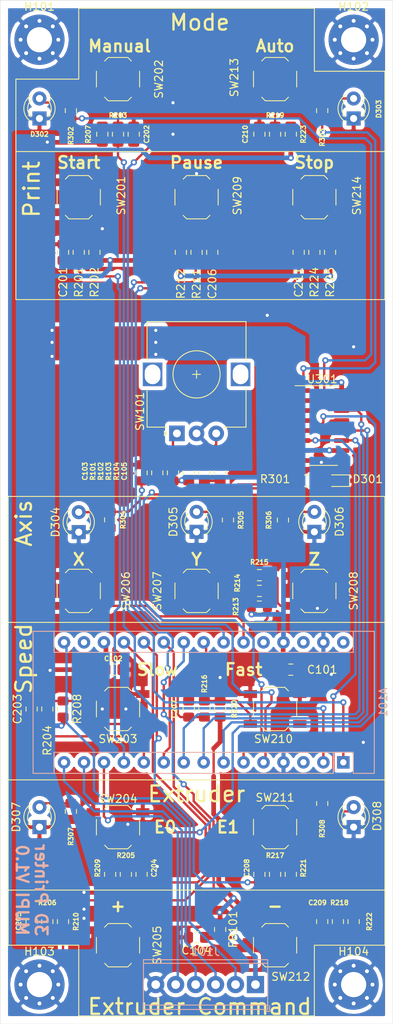
<source format=kicad_pcb>
(kicad_pcb (version 20171130) (host pcbnew "(5.1.5)-3")
  (layers (0 F.Cu signal) (31 B.Cu signal) (34 B.Paste user) (35 F.Paste user) (36 B.SilkS user) (37 F.SilkS user) (38 B.Mask user) (39 F.Mask user) (44 Edge.Cuts user))
  (net 0 "")
  (net 1 /BT_E_minus)
  (net 2 "Net-(A101-Pad17)")
  (net 3 /BT_E_plus)
  (net 4 +5V)
  (net 5 "Net-(A101-Pad3)")
  (net 6 /BT_E_sel1)
  (net 7 GND)
  (net 8 /BT_E_sel2)
  (net 9 /ROT_ENC_A)
  (net 10 /BT_Start)
  (net 11 /ROT_ENC_B)
  (net 12 /BT_Pause)
  (net 13 /LED_Shift_OUT)
  (net 14 /BT_Stop)
  (net 15 /LED_DATA)
  (net 16 /BT_Automatik)
  (net 17 /Shift_CLK)
  (net 18 /BT_an_XYZ)
  (net 19 /Bt_slow)
  (net 20 "Net-(A101-Pad26)")
  (net 21 /BT_fast)
  (net 22 /BT_Hand)
  (net 23 "Net-(A101-Pad28)")
  (net 24 /MUPI_SS)
  (net 25 /MUPI_MOSI)
  (net 26 "Net-(A101-Pad30)")
  (net 27 /MUPI_MISO)
  (net 28 /MUPI_SCK)
  (net 29 "Net-(C104-Pad1)")
  (net 30 "Net-(D301-Pad2)")
  (net 31 "Net-(D302-Pad2)")
  (net 32 "Net-(D303-Pad2)")
  (net 33 "Net-(D304-Pad2)")
  (net 34 "Net-(D305-Pad2)")
  (net 35 "Net-(D306-Pad2)")
  (net 36 "Net-(D307-Pad2)")
  (net 37 "Net-(D308-Pad2)")
  (net 38 "Net-(R101-Pad1)")
  (net 39 "Net-(R103-Pad2)")
  (net 40 "Net-(R201-Pad1)")
  (net 41 "Net-(R203-Pad1)")
  (net 42 "Net-(R204-Pad1)")
  (net 43 "Net-(R205-Pad1)")
  (net 44 "Net-(R206-Pad1)")
  (net 45 "Net-(R211-Pad1)")
  (net 46 "Net-(R214-Pad2)")
  (net 47 "Net-(R215-Pad2)")
  (net 48 "Net-(R216-Pad1)")
  (net 49 "Net-(R217-Pad1)")
  (net 50 "Net-(R218-Pad1)")
  (net 51 "Net-(R219-Pad1)")
  (net 52 "Net-(R224-Pad1)")
  (net 53 /LEDs/LED_Debug)
  (net 54 /LEDs/LED_Hand)
  (net 55 /LEDs/LED_Auto)
  (net 56 /LEDs/LED_X)
  (net 57 /LEDs/LED_Y)
  (net 58 /LEDs/LED_Z)
  (net 59 /LEDs/LED_E1_sel)
  (net 60 /LEDs/LED_E2_sel)
  (net 61 "Net-(U301-Pad9)")
  (module Module:Arduino_Nano (layer B.Cu) (at 78.688 131.774 90)
    (fp_text reference A101 (at 7.62 5.08 90) (layer B.SilkS) (effects (justify mirror)))
    (fp_text value Arduino_Nano_v3.x)
    (pad 1 thru_hole rect (at 0 0 90) (size 1.6 1.6) (drill 0.8) (layers *.Cu *.Mask) (net 16 /BT_Automatik))
    (pad 17 thru_hole oval (at 15.24 -33.02 90) (size 1.6 1.6) (drill 0.8) (layers *.Cu *.Mask) (net 2 "Net-(A101-Pad17)"))
    (pad 2 thru_hole oval (at 0 -2.54 90) (size 1.6 1.6) (drill 0.8) (layers *.Cu *.Mask) (net 22 /BT_Hand))
    (pad 18 thru_hole oval (at 15.24 -30.48 90) (size 1.6 1.6) (drill 0.8) (layers *.Cu *.Mask) (net 4 +5V))
    (pad 3 thru_hole oval (at 0 -5.08 90) (size 1.6 1.6) (drill 0.8) (layers *.Cu *.Mask) (net 5 "Net-(A101-Pad3)"))
    (pad 19 thru_hole oval (at 15.24 -27.94 90) (size 1.6 1.6) (drill 0.8) (layers *.Cu *.Mask) (net 6 /BT_E_sel1))
    (pad 4 thru_hole oval (at 0 -7.62 90) (size 1.6 1.6) (drill 0.8) (layers *.Cu *.Mask) (net 7 GND))
    (pad 20 thru_hole oval (at 15.24 -25.4 90) (size 1.6 1.6) (drill 0.8) (layers *.Cu *.Mask) (net 8 /BT_E_sel2))
    (pad 5 thru_hole oval (at 0 -10.16 90) (size 1.6 1.6) (drill 0.8) (layers *.Cu *.Mask) (net 9 /ROT_ENC_A))
    (pad 21 thru_hole oval (at 15.24 -22.86 90) (size 1.6 1.6) (drill 0.8) (layers *.Cu *.Mask) (net 3 /BT_E_plus))
    (pad 6 thru_hole oval (at 0 -12.7 90) (size 1.6 1.6) (drill 0.8) (layers *.Cu *.Mask) (net 11 /ROT_ENC_B))
    (pad 22 thru_hole oval (at 15.24 -20.32 90) (size 1.6 1.6) (drill 0.8) (layers *.Cu *.Mask) (net 1 /BT_E_minus))
    (pad 7 thru_hole oval (at 0 -15.24 90) (size 1.6 1.6) (drill 0.8) (layers *.Cu *.Mask) (net 13 /LED_Shift_OUT))
    (pad 23 thru_hole oval (at 15.24 -17.78 90) (size 1.6 1.6) (drill 0.8) (layers *.Cu *.Mask) (net 21 /BT_fast))
    (pad 8 thru_hole oval (at 0 -17.78 90) (size 1.6 1.6) (drill 0.8) (layers *.Cu *.Mask) (net 15 /LED_DATA))
    (pad 24 thru_hole oval (at 15.24 -15.24 90) (size 1.6 1.6) (drill 0.8) (layers *.Cu *.Mask) (net 14 /BT_Stop))
    (pad 9 thru_hole oval (at 0 -20.32 90) (size 1.6 1.6) (drill 0.8) (layers *.Cu *.Mask) (net 17 /Shift_CLK))
    (pad 25 thru_hole oval (at 15.24 -12.7 90) (size 1.6 1.6) (drill 0.8) (layers *.Cu *.Mask) (net 18 /BT_an_XYZ))
    (pad 10 thru_hole oval (at 0 -22.86 90) (size 1.6 1.6) (drill 0.8) (layers *.Cu *.Mask) (net 12 /BT_Pause))
    (pad 26 thru_hole oval (at 15.24 -10.16 90) (size 1.6 1.6) (drill 0.8) (layers *.Cu *.Mask) (net 20 "Net-(A101-Pad26)"))
    (pad 11 thru_hole oval (at 0 -25.4 90) (size 1.6 1.6) (drill 0.8) (layers *.Cu *.Mask) (net 19 /Bt_slow))
    (pad 27 thru_hole oval (at 15.24 -7.62 90) (size 1.6 1.6) (drill 0.8) (layers *.Cu *.Mask) (net 4 +5V))
    (pad 12 thru_hole oval (at 0 -27.94 90) (size 1.6 1.6) (drill 0.8) (layers *.Cu *.Mask) (net 10 /BT_Start))
    (pad 28 thru_hole oval (at 15.24 -5.08 90) (size 1.6 1.6) (drill 0.8) (layers *.Cu *.Mask) (net 23 "Net-(A101-Pad28)"))
    (pad 13 thru_hole oval (at 0 -30.48 90) (size 1.6 1.6) (drill 0.8) (layers *.Cu *.Mask) (net 24 /MUPI_SS))
    (pad 29 thru_hole oval (at 15.24 -2.54 90) (size 1.6 1.6) (drill 0.8) (layers *.Cu *.Mask) (net 7 GND))
    (pad 14 thru_hole oval (at 0 -33.02 90) (size 1.6 1.6) (drill 0.8) (layers *.Cu *.Mask) (net 25 /MUPI_MOSI))
    (pad 30 thru_hole oval (at 15.24 0 90) (size 1.6 1.6) (drill 0.8) (layers *.Cu *.Mask) (net 26 "Net-(A101-Pad30)"))
    (pad 15 thru_hole oval (at 0 -35.56 90) (size 1.6 1.6) (drill 0.8) (layers *.Cu *.Mask) (net 27 /MUPI_MISO))
    (pad 16 thru_hole oval (at 15.24 -35.56 90) (size 1.6 1.6) (drill 0.8) (layers *.Cu *.Mask) (net 28 /MUPI_SCK))
  )
  (module Capacitor_SMD:C_0805_2012Metric_Pad1.15x1.40mm_HandSolder (layer F.Cu) (at 72 120 180)
    (fp_text reference C101 (at -4 0) (layer F.SilkS))
    (fp_text value 100n)
    (pad 2 smd roundrect (at 1.025 0 180) (size 1.15 1.4) (layers F.Cu F.Paste F.Mask) (roundrect_rratio 0.217391) (net 4 +5V))
    (pad 1 smd roundrect (at -1.025 0 180) (size 1.15 1.4) (layers F.Cu F.Paste F.Mask) (roundrect_rratio 0.217391) (net 7 GND))
  )
  (module Capacitor_SMD:C_0805_2012Metric_Pad1.15x1.40mm_HandSolder (layer F.Cu) (at 49.478 120 180)
    (fp_text reference C102 (at 0.078 1.4) (layer F.SilkS) (effects (font (size 0.6 0.6))))
    (fp_text value 100n)
    (pad 1 smd roundrect (at -1.025 0 180) (size 1.15 1.4) (layers F.Cu F.Paste F.Mask) (roundrect_rratio 0.217391) (net 7 GND))
    (pad 2 smd roundrect (at 1.025 0 180) (size 1.15 1.4) (layers F.Cu F.Paste F.Mask) (roundrect_rratio 0.217391) (net 4 +5V))
  )
  (module Capacitor_SMD:C_0805_2012Metric_Pad1.15x1.40mm_HandSolder (layer F.Cu) (at 53 95 90)
    (fp_text reference C103 (at 0.2 -7.2 270) (layer F.SilkS) (effects (font (size 0.6 0.6))))
    (fp_text value 100n)
    (pad 1 smd roundrect (at -1.025 0 90) (size 1.15 1.4) (layers F.Cu F.Paste F.Mask) (roundrect_rratio 0.217391) (net 9 /ROT_ENC_A))
    (pad 2 smd roundrect (at 1.025 0 90) (size 1.15 1.4) (layers F.Cu F.Paste F.Mask) (roundrect_rratio 0.217391) (net 7 GND))
  )
  (module Capacitor_SMD:C_0805_2012Metric_Pad1.15x1.40mm_HandSolder (layer F.Cu) (at 60 154 180)
    (fp_text reference C104 (at 0 -1.65) (layer F.SilkS))
    (fp_text value 100n)
    (pad 1 smd roundrect (at -1.025 0 180) (size 1.15 1.4) (layers F.Cu F.Paste F.Mask) (roundrect_rratio 0.217391) (net 29 "Net-(C104-Pad1)"))
    (pad 2 smd roundrect (at 1.025 0 180) (size 1.15 1.4) (layers F.Cu F.Paste F.Mask) (roundrect_rratio 0.217391) (net 7 GND))
  )
  (module Capacitor_SMD:C_0805_2012Metric_Pad1.15x1.40mm_HandSolder (layer F.Cu) (at 63 95 90)
    (fp_text reference C105 (at 0.2 -12.2 270) (layer F.SilkS) (effects (font (size 0.6 0.6))))
    (fp_text value 100n)
    (pad 2 smd roundrect (at 1.025 0 90) (size 1.15 1.4) (layers F.Cu F.Paste F.Mask) (roundrect_rratio 0.217391) (net 7 GND))
    (pad 1 smd roundrect (at -1.025 0 90) (size 1.15 1.4) (layers F.Cu F.Paste F.Mask) (roundrect_rratio 0.217391) (net 11 /ROT_ENC_B))
  )
  (module Capacitor_SMD:C_0805_2012Metric_Pad1.15x1.40mm_HandSolder (layer F.Cu) (at 43 67 270)
    (fp_text reference C201 (at 3.8 0 90) (layer F.SilkS))
    (fp_text value 100n)
    (pad 1 smd roundrect (at -1.025 0 270) (size 1.15 1.4) (layers F.Cu F.Paste F.Mask) (roundrect_rratio 0.217391) (net 7 GND))
    (pad 2 smd roundrect (at 1.025 0 270) (size 1.15 1.4) (layers F.Cu F.Paste F.Mask) (roundrect_rratio 0.217391) (net 10 /BT_Start))
  )
  (module Capacitor_SMD:C_0805_2012Metric_Pad1.15x1.40mm_HandSolder (layer F.Cu) (at 52 52 270)
    (fp_text reference C202 (at 0 -1.65 90) (layer F.SilkS) (effects (font (size 0.6 0.6))))
    (fp_text value 100n)
    (pad 2 smd roundrect (at 1.025 0 270) (size 1.15 1.4) (layers F.Cu F.Paste F.Mask) (roundrect_rratio 0.217391) (net 22 /BT_Hand))
    (pad 1 smd roundrect (at -1.025 0 270) (size 1.15 1.4) (layers F.Cu F.Paste F.Mask) (roundrect_rratio 0.217391) (net 7 GND))
  )
  (module Capacitor_SMD:C_0805_2012Metric_Pad1.15x1.40mm_HandSolder (layer F.Cu) (at 39 125 270)
    (fp_text reference C203 (at 0 1.8 90) (layer F.SilkS))
    (fp_text value 100n)
    (pad 1 smd roundrect (at -1.025 0 270) (size 1.15 1.4) (layers F.Cu F.Paste F.Mask) (roundrect_rratio 0.217391) (net 7 GND))
    (pad 2 smd roundrect (at 1.025 0 270) (size 1.15 1.4) (layers F.Cu F.Paste F.Mask) (roundrect_rratio 0.217391) (net 19 /Bt_slow))
  )
  (module Capacitor_SMD:C_0805_2012Metric_Pad1.15x1.40mm_HandSolder (layer F.Cu) (at 53 146 270)
    (fp_text reference C204 (at -0.8 -1.6 90) (layer F.SilkS) (effects (font (size 0.6 0.6))))
    (fp_text value 100n)
    (pad 1 smd roundrect (at -1.025 0 270) (size 1.15 1.4) (layers F.Cu F.Paste F.Mask) (roundrect_rratio 0.217391) (net 7 GND))
    (pad 2 smd roundrect (at 1.025 0 270) (size 1.15 1.4) (layers F.Cu F.Paste F.Mask) (roundrect_rratio 0.217391) (net 6 /BT_E_sel1))
  )
  (module Capacitor_SMD:C_0805_2012Metric_Pad1.15x1.40mm_HandSolder (layer F.Cu) (at 39 151.975 90)
    (fp_text reference C205 (at 0 -1.65 90) (layer F.SilkS) (effects (font (size 0.6 0.6))))
    (fp_text value 100n)
    (pad 2 smd roundrect (at 1.025 0 90) (size 1.15 1.4) (layers F.Cu F.Paste F.Mask) (roundrect_rratio 0.217391) (net 3 /BT_E_plus))
    (pad 1 smd roundrect (at -1.025 0 90) (size 1.15 1.4) (layers F.Cu F.Paste F.Mask) (roundrect_rratio 0.217391) (net 7 GND))
  )
  (module Capacitor_SMD:C_0805_2012Metric_Pad1.15x1.40mm_HandSolder (layer F.Cu) (at 62 67 270)
    (fp_text reference C206 (at 4 0 90) (layer F.SilkS))
    (fp_text value 100n)
    (pad 1 smd roundrect (at -1.025 0 270) (size 1.15 1.4) (layers F.Cu F.Paste F.Mask) (roundrect_rratio 0.217391) (net 7 GND))
    (pad 2 smd roundrect (at 1.025 0 270) (size 1.15 1.4) (layers F.Cu F.Paste F.Mask) (roundrect_rratio 0.217391) (net 12 /BT_Pause))
  )
  (module Capacitor_SMD:C_0805_2012Metric_Pad1.15x1.40mm_HandSolder (layer F.Cu) (at 59 125 270)
    (fp_text reference C207 (at 0 1.8 90) (layer F.SilkS) (effects (font (size 0.6 0.6))))
    (fp_text value 100n)
    (pad 2 smd roundrect (at 1.025 0 270) (size 1.15 1.4) (layers F.Cu F.Paste F.Mask) (roundrect_rratio 0.217391) (net 21 /BT_fast))
    (pad 1 smd roundrect (at -1.025 0 270) (size 1.15 1.4) (layers F.Cu F.Paste F.Mask) (roundrect_rratio 0.217391) (net 7 GND))
  )
  (module Capacitor_SMD:C_0805_2012Metric_Pad1.15x1.40mm_HandSolder (layer F.Cu) (at 68 146 270)
    (fp_text reference C208 (at -0.8 1.6 90) (layer F.SilkS) (effects (font (size 0.6 0.6))))
    (fp_text value 100n)
    (pad 2 smd roundrect (at 1.025 0 270) (size 1.15 1.4) (layers F.Cu F.Paste F.Mask) (roundrect_rratio 0.217391) (net 8 /BT_E_sel2))
    (pad 1 smd roundrect (at -1.025 0 270) (size 1.15 1.4) (layers F.Cu F.Paste F.Mask) (roundrect_rratio 0.217391) (net 7 GND))
  )
  (module Capacitor_SMD:C_0805_2012Metric_Pad1.15x1.40mm_HandSolder (layer F.Cu) (at 76 152 90)
    (fp_text reference C209 (at 2.4 -0.6 180) (layer F.SilkS) (effects (font (size 0.6 0.6))))
    (fp_text value 100n)
    (pad 2 smd roundrect (at 1.025 0 90) (size 1.15 1.4) (layers F.Cu F.Paste F.Mask) (roundrect_rratio 0.217391) (net 1 /BT_E_minus))
    (pad 1 smd roundrect (at -1.025 0 90) (size 1.15 1.4) (layers F.Cu F.Paste F.Mask) (roundrect_rratio 0.217391) (net 7 GND))
  )
  (module Capacitor_SMD:C_0805_2012Metric_Pad1.15x1.40mm_HandSolder (layer F.Cu) (at 68 52 270)
    (fp_text reference C210 (at 0 1.8 90) (layer F.SilkS) (effects (font (size 0.6 0.6))))
    (fp_text value 100n)
    (pad 1 smd roundrect (at -1.025 0 270) (size 1.15 1.4) (layers F.Cu F.Paste F.Mask) (roundrect_rratio 0.217391) (net 7 GND))
    (pad 2 smd roundrect (at 1.025 0 270) (size 1.15 1.4) (layers F.Cu F.Paste F.Mask) (roundrect_rratio 0.217391) (net 16 /BT_Automatik))
  )
  (module Capacitor_SMD:C_0805_2012Metric_Pad1.15x1.40mm_HandSolder (layer F.Cu) (at 73 67 270)
    (fp_text reference C211 (at 3.8 0 90) (layer F.SilkS))
    (fp_text value 100n)
    (pad 2 smd roundrect (at 1.025 0 270) (size 1.15 1.4) (layers F.Cu F.Paste F.Mask) (roundrect_rratio 0.217391) (net 14 /BT_Stop))
    (pad 1 smd roundrect (at -1.025 0 270) (size 1.15 1.4) (layers F.Cu F.Paste F.Mask) (roundrect_rratio 0.217391) (net 7 GND))
  )
  (module LED_SMD:LED_0603_1608Metric (layer F.Cu) (at 78 96 180)
    (fp_text reference D301 (at -3.8 0.2) (layer F.SilkS))
    (fp_text value LED)
    (pad 1 smd roundrect (at -0.7875 0 180) (size 0.875 0.95) (layers F.Cu F.Paste F.Mask) (net 7 GND))
    (pad 2 smd roundrect (at 0.7875 0 180) (size 0.875 0.95) (layers F.Cu F.Paste F.Mask) (net 30 "Net-(D301-Pad2)"))
  )
  (module LED_THT:LED_D3.0mm (layer F.Cu) (at 40 50 90)
    (fp_text reference D302 (at -2 0 180) (layer F.SilkS) (effects (font (size 0.6 0.6))))
    (fp_text value LED)
    (pad 1 thru_hole rect (at 0 0 90) (size 1.8 1.8) (drill 0.9) (layers *.Cu *.Mask) (net 7 GND))
    (pad 2 thru_hole circle (at 2.54 0 90) (size 1.8 1.8) (drill 0.9) (layers *.Cu *.Mask) (net 31 "Net-(D302-Pad2)"))
  )
  (module LED_THT:LED_D3.0mm (layer F.Cu) (at 80 50 90)
    (fp_text reference D303 (at 1.2 3.2 90) (layer F.SilkS) (effects (font (size 0.6 0.6))))
    (fp_text value LED)
    (pad 1 thru_hole rect (at 0 0 90) (size 1.8 1.8) (drill 0.9) (layers *.Cu *.Mask) (net 7 GND))
    (pad 2 thru_hole circle (at 2.54 0 90) (size 1.8 1.8) (drill 0.9) (layers *.Cu *.Mask) (net 32 "Net-(D303-Pad2)"))
  )
  (module LED_THT:LED_D3.0mm (layer F.Cu) (at 45 102.54 90)
    (fp_text reference D304 (at 1.27 -2.96 90) (layer F.SilkS))
    (fp_text value LED)
    (pad 2 thru_hole circle (at 2.54 0 90) (size 1.8 1.8) (drill 0.9) (layers *.Cu *.Mask) (net 33 "Net-(D304-Pad2)"))
    (pad 1 thru_hole rect (at 0 0 90) (size 1.8 1.8) (drill 0.9) (layers *.Cu *.Mask) (net 7 GND))
  )
  (module LED_THT:LED_D3.0mm (layer F.Cu) (at 60 102.5 90)
    (fp_text reference D305 (at 1.27 -2.96 90) (layer F.SilkS))
    (fp_text value LED)
    (pad 2 thru_hole circle (at 2.54 0 90) (size 1.8 1.8) (drill 0.9) (layers *.Cu *.Mask) (net 34 "Net-(D305-Pad2)"))
    (pad 1 thru_hole rect (at 0 0 90) (size 1.8 1.8) (drill 0.9) (layers *.Cu *.Mask) (net 7 GND))
  )
  (module LED_THT:LED_D3.0mm (layer F.Cu) (at 75 102.5 90)
    (fp_text reference D306 (at 1.3 3.2 90) (layer F.SilkS))
    (fp_text value LED)
    (pad 1 thru_hole rect (at 0 0 90) (size 1.8 1.8) (drill 0.9) (layers *.Cu *.Mask) (net 7 GND))
    (pad 2 thru_hole circle (at 2.54 0 90) (size 1.8 1.8) (drill 0.9) (layers *.Cu *.Mask) (net 35 "Net-(D306-Pad2)"))
  )
  (module LED_THT:LED_D3.0mm (layer F.Cu) (at 40 140 90)
    (fp_text reference D307 (at 1.27 -2.96 90) (layer F.SilkS))
    (fp_text value LED)
    (pad 2 thru_hole circle (at 2.54 0 90) (size 1.8 1.8) (drill 0.9) (layers *.Cu *.Mask) (net 36 "Net-(D307-Pad2)"))
    (pad 1 thru_hole rect (at 0 0 90) (size 1.8 1.8) (drill 0.9) (layers *.Cu *.Mask) (net 7 GND))
  )
  (module LED_THT:LED_D3.0mm (layer F.Cu) (at 80 140 90)
    (fp_text reference D308 (at 1.4 3 90) (layer F.SilkS))
    (fp_text value LED)
    (pad 1 thru_hole rect (at 0 0 90) (size 1.8 1.8) (drill 0.9) (layers *.Cu *.Mask) (net 7 GND))
    (pad 2 thru_hole circle (at 2.54 0 90) (size 1.8 1.8) (drill 0.9) (layers *.Cu *.Mask) (net 37 "Net-(D308-Pad2)"))
  )
  (module Resistor_SMD:R_0805_2012Metric (layer F.Cu) (at 63 153 270)
    (fp_text reference FB101 (at 0 -1.65 90) (layer F.SilkS))
    (fp_text value GZ2012D101TF)
    (pad 1 smd roundrect (at -0.9375 0 270) (size 0.975 1.4) (layers F.Cu F.Paste F.Mask) (net 4 +5V))
    (pad 2 smd roundrect (at 0.9375 0 270) (size 0.975 1.4) (layers F.Cu F.Paste F.Mask) (net 29 "Net-(C104-Pad1)"))
  )
  (module TerminalBlock_Phoenix:TerminalBlock_Phoenix_MPT-0,5-6-2.54_1x06_P2.54mm_Horizontal (layer B.Cu) (at 67.5 160 180)
    (fp_text reference J101 (at 6.35 4.16) (layer B.SilkS) (effects (justify mirror)))
    (fp_text value Screw_Terminal_01x06)
    (pad 1 thru_hole rect (at 0 0 180) (size 2.2 2.2) (drill 1.1) (layers *.Cu *.Mask) (net 29 "Net-(C104-Pad1)"))
    (pad 2 thru_hole circle (at 2.54 0 180) (size 2.2 2.2) (drill 1.1) (layers *.Cu *.Mask) (net 28 /MUPI_SCK))
    (pad 3 thru_hole circle (at 5.08 0 180) (size 2.2 2.2) (drill 1.1) (layers *.Cu *.Mask) (net 25 /MUPI_MOSI))
    (pad 4 thru_hole circle (at 7.62 0 180) (size 2.2 2.2) (drill 1.1) (layers *.Cu *.Mask) (net 27 /MUPI_MISO))
    (pad 5 thru_hole circle (at 10.16 0 180) (size 2.2 2.2) (drill 1.1) (layers *.Cu *.Mask) (net 24 /MUPI_SS))
    (pad 6 thru_hole circle (at 12.7 0 180) (size 2.2 2.2) (drill 1.1) (layers *.Cu *.Mask) (net 7 GND))
  )
  (module Resistor_SMD:R_0805_2012Metric_Pad1.15x1.40mm_HandSolder (layer F.Cu) (at 55 95 270)
    (fp_text reference R101 (at -0.2 8.2 270) (layer F.SilkS) (effects (font (size 0.6 0.6))))
    (fp_text value 10k)
    (pad 1 smd roundrect (at -1.025 0 270) (size 1.15 1.4) (layers F.Cu F.Paste F.Mask) (roundrect_rratio 0.217391) (net 38 "Net-(R101-Pad1)"))
    (pad 2 smd roundrect (at 1.025 0 270) (size 1.15 1.4) (layers F.Cu F.Paste F.Mask) (roundrect_rratio 0.217391) (net 9 /ROT_ENC_A))
  )
  (module Resistor_SMD:R_0805_2012Metric_Pad1.15x1.40mm_HandSolder (layer F.Cu) (at 57 95 90)
    (fp_text reference R102 (at 0.2 -9.2 270) (layer F.SilkS) (effects (font (size 0.6 0.6))))
    (fp_text value 10k)
    (pad 2 smd roundrect (at 1.025 0 90) (size 1.15 1.4) (layers F.Cu F.Paste F.Mask) (roundrect_rratio 0.217391) (net 38 "Net-(R101-Pad1)"))
    (pad 1 smd roundrect (at -1.025 0 90) (size 1.15 1.4) (layers F.Cu F.Paste F.Mask) (roundrect_rratio 0.217391) (net 4 +5V))
  )
  (module Resistor_SMD:R_0805_2012Metric_Pad1.15x1.40mm_HandSolder (layer F.Cu) (at 59 95 90)
    (fp_text reference R103 (at 0.2 -10.2 270) (layer F.SilkS) (effects (font (size 0.6 0.6))))
    (fp_text value 10k)
    (pad 1 smd roundrect (at -1.025 0 90) (size 1.15 1.4) (layers F.Cu F.Paste F.Mask) (roundrect_rratio 0.217391) (net 4 +5V))
    (pad 2 smd roundrect (at 1.025 0 90) (size 1.15 1.4) (layers F.Cu F.Paste F.Mask) (roundrect_rratio 0.217391) (net 39 "Net-(R103-Pad2)"))
  )
  (module Resistor_SMD:R_0805_2012Metric_Pad1.15x1.40mm_HandSolder (layer F.Cu) (at 61 95 90)
    (fp_text reference R104 (at 0.2 -11.2 270) (layer F.SilkS) (effects (font (size 0.6 0.6))))
    (fp_text value 10k)
    (pad 1 smd roundrect (at -1.025 0 90) (size 1.15 1.4) (layers F.Cu F.Paste F.Mask) (roundrect_rratio 0.217391) (net 11 /ROT_ENC_B))
    (pad 2 smd roundrect (at 1.025 0 90) (size 1.15 1.4) (layers F.Cu F.Paste F.Mask) (roundrect_rratio 0.217391) (net 39 "Net-(R103-Pad2)"))
  )
  (module Resistor_SMD:R_0805_2012Metric_Pad1.15x1.40mm_HandSolder (layer F.Cu) (at 45 67 270)
    (fp_text reference R201 (at 3.8 0 90) (layer F.SilkS))
    (fp_text value 1k)
    (pad 2 smd roundrect (at 1.025 0 270) (size 1.15 1.4) (layers F.Cu F.Paste F.Mask) (roundrect_rratio 0.217391) (net 10 /BT_Start))
    (pad 1 smd roundrect (at -1.025 0 270) (size 1.15 1.4) (layers F.Cu F.Paste F.Mask) (roundrect_rratio 0.217391) (net 40 "Net-(R201-Pad1)"))
  )
  (module Resistor_SMD:R_0805_2012Metric_Pad1.15x1.40mm_HandSolder (layer F.Cu) (at 47 67 90)
    (fp_text reference R202 (at -3.8 0 90) (layer F.SilkS))
    (fp_text value 100k)
    (pad 2 smd roundrect (at 1.025 0 90) (size 1.15 1.4) (layers F.Cu F.Paste F.Mask) (roundrect_rratio 0.217391) (net 40 "Net-(R201-Pad1)"))
    (pad 1 smd roundrect (at -1.025 0 90) (size 1.15 1.4) (layers F.Cu F.Paste F.Mask) (roundrect_rratio 0.217391) (net 4 +5V))
  )
  (module Resistor_SMD:R_0805_2012Metric_Pad1.15x1.40mm_HandSolder (layer F.Cu) (at 50 52 270)
    (fp_text reference R203 (at -2.4 0 180) (layer F.SilkS) (effects (font (size 0.6 0.6))))
    (fp_text value 1k)
    (pad 2 smd roundrect (at 1.025 0 270) (size 1.15 1.4) (layers F.Cu F.Paste F.Mask) (roundrect_rratio 0.217391) (net 22 /BT_Hand))
    (pad 1 smd roundrect (at -1.025 0 270) (size 1.15 1.4) (layers F.Cu F.Paste F.Mask) (roundrect_rratio 0.217391) (net 41 "Net-(R203-Pad1)"))
  )
  (module Resistor_SMD:R_0805_2012Metric_Pad1.15x1.40mm_HandSolder (layer F.Cu) (at 41 125 270)
    (fp_text reference R204 (at 4 0 90) (layer F.SilkS))
    (fp_text value 1k)
    (pad 2 smd roundrect (at 1.025 0 270) (size 1.15 1.4) (layers F.Cu F.Paste F.Mask) (roundrect_rratio 0.217391) (net 19 /Bt_slow))
    (pad 1 smd roundrect (at -1.025 0 270) (size 1.15 1.4) (layers F.Cu F.Paste F.Mask) (roundrect_rratio 0.217391) (net 42 "Net-(R204-Pad1)"))
  )
  (module Resistor_SMD:R_0805_2012Metric_Pad1.15x1.40mm_HandSolder (layer F.Cu) (at 51 146 270)
    (fp_text reference R205 (at -2.4 0 180) (layer F.SilkS) (effects (font (size 0.6 0.6))))
    (fp_text value 1k)
    (pad 1 smd roundrect (at -1.025 0 270) (size 1.15 1.4) (layers F.Cu F.Paste F.Mask) (roundrect_rratio 0.217391) (net 43 "Net-(R205-Pad1)"))
    (pad 2 smd roundrect (at 1.025 0 270) (size 1.15 1.4) (layers F.Cu F.Paste F.Mask) (roundrect_rratio 0.217391) (net 6 /BT_E_sel1))
  )
  (module Resistor_SMD:R_0805_2012Metric_Pad1.15x1.40mm_HandSolder (layer F.Cu) (at 41 152 90)
    (fp_text reference R206 (at 2.4 0 180) (layer F.SilkS) (effects (font (size 0.6 0.6))))
    (fp_text value 1k)
    (pad 1 smd roundrect (at -1.025 0 90) (size 1.15 1.4) (layers F.Cu F.Paste F.Mask) (roundrect_rratio 0.217391) (net 44 "Net-(R206-Pad1)"))
    (pad 2 smd roundrect (at 1.025 0 90) (size 1.15 1.4) (layers F.Cu F.Paste F.Mask) (roundrect_rratio 0.217391) (net 3 /BT_E_plus))
  )
  (module Resistor_SMD:R_0805_2012Metric_Pad1.15x1.40mm_HandSolder (layer F.Cu) (at 48 52 90)
    (fp_text reference R207 (at 0 -1.8 90) (layer F.SilkS) (effects (font (size 0.6 0.6))))
    (fp_text value 100k)
    (pad 1 smd roundrect (at -1.025 0 90) (size 1.15 1.4) (layers F.Cu F.Paste F.Mask) (roundrect_rratio 0.217391) (net 4 +5V))
    (pad 2 smd roundrect (at 1.025 0 90) (size 1.15 1.4) (layers F.Cu F.Paste F.Mask) (roundrect_rratio 0.217391) (net 41 "Net-(R203-Pad1)"))
  )
  (module Resistor_SMD:R_0805_2012Metric_Pad1.15x1.40mm_HandSolder (layer F.Cu) (at 43 125 90)
    (fp_text reference R208 (at 0 1.8 90) (layer F.SilkS))
    (fp_text value 100k)
    (pad 1 smd roundrect (at -1.025 0 90) (size 1.15 1.4) (layers F.Cu F.Paste F.Mask) (roundrect_rratio 0.217391) (net 4 +5V))
    (pad 2 smd roundrect (at 1.025 0 90) (size 1.15 1.4) (layers F.Cu F.Paste F.Mask) (roundrect_rratio 0.217391) (net 42 "Net-(R204-Pad1)"))
  )
  (module Resistor_SMD:R_0805_2012Metric_Pad1.15x1.40mm_HandSolder (layer F.Cu) (at 49 146 90)
    (fp_text reference R209 (at 0.8 -1.6 90) (layer F.SilkS) (effects (font (size 0.6 0.6))))
    (fp_text value 100k)
    (pad 2 smd roundrect (at 1.025 0 90) (size 1.15 1.4) (layers F.Cu F.Paste F.Mask) (roundrect_rratio 0.217391) (net 43 "Net-(R205-Pad1)"))
    (pad 1 smd roundrect (at -1.025 0 90) (size 1.15 1.4) (layers F.Cu F.Paste F.Mask) (roundrect_rratio 0.217391) (net 4 +5V))
  )
  (module Resistor_SMD:R_0805_2012Metric_Pad1.15x1.40mm_HandSolder (layer F.Cu) (at 43 152 270)
    (fp_text reference R210 (at 0 -1.65 90) (layer F.SilkS) (effects (font (size 0.6 0.6))))
    (fp_text value 100k)
    (pad 2 smd roundrect (at 1.025 0 270) (size 1.15 1.4) (layers F.Cu F.Paste F.Mask) (roundrect_rratio 0.217391) (net 44 "Net-(R206-Pad1)"))
    (pad 1 smd roundrect (at -1.025 0 270) (size 1.15 1.4) (layers F.Cu F.Paste F.Mask) (roundrect_rratio 0.217391) (net 4 +5V))
  )
  (module Resistor_SMD:R_0805_2012Metric_Pad1.15x1.40mm_HandSolder (layer F.Cu) (at 60 67 270)
    (fp_text reference R211 (at 4 0 90) (layer F.SilkS))
    (fp_text value 1k)
    (pad 1 smd roundrect (at -1.025 0 270) (size 1.15 1.4) (layers F.Cu F.Paste F.Mask) (roundrect_rratio 0.217391) (net 45 "Net-(R211-Pad1)"))
    (pad 2 smd roundrect (at 1.025 0 270) (size 1.15 1.4) (layers F.Cu F.Paste F.Mask) (roundrect_rratio 0.217391) (net 12 /BT_Pause))
  )
  (module Resistor_SMD:R_0805_2012Metric_Pad1.15x1.40mm_HandSolder (layer F.Cu) (at 58 67 90)
    (fp_text reference R212 (at -4 0 90) (layer F.SilkS))
    (fp_text value 100k)
    (pad 1 smd roundrect (at -1.025 0 90) (size 1.15 1.4) (layers F.Cu F.Paste F.Mask) (roundrect_rratio 0.217391) (net 4 +5V))
    (pad 2 smd roundrect (at 1.025 0 90) (size 1.15 1.4) (layers F.Cu F.Paste F.Mask) (roundrect_rratio 0.217391) (net 45 "Net-(R211-Pad1)"))
  )
  (module Resistor_SMD:R_0805_2012Metric_Pad1.15x1.40mm_HandSolder (layer F.Cu) (at 68 112)
    (fp_text reference R213 (at -3 0 270) (layer F.SilkS) (effects (font (size 0.6 0.6))))
    (fp_text value 2k)
    (pad 2 smd roundrect (at 1.025 0) (size 1.15 1.4) (layers F.Cu F.Paste F.Mask) (roundrect_rratio 0.217391) (net 18 /BT_an_XYZ))
    (pad 1 smd roundrect (at -1.025 0) (size 1.15 1.4) (layers F.Cu F.Paste F.Mask) (roundrect_rratio 0.217391) (net 4 +5V))
  )
  (module Resistor_SMD:R_0805_2012Metric_Pad1.15x1.40mm_HandSolder (layer F.Cu) (at 68 110 180)
    (fp_text reference R214 (at 2.8 1 90) (layer F.SilkS) (effects (font (size 0.6 0.6))))
    (fp_text value 1k)
    (pad 1 smd roundrect (at -1.025 0 180) (size 1.15 1.4) (layers F.Cu F.Paste F.Mask) (roundrect_rratio 0.217391) (net 18 /BT_an_XYZ))
    (pad 2 smd roundrect (at 1.025 0 180) (size 1.15 1.4) (layers F.Cu F.Paste F.Mask) (roundrect_rratio 0.217391) (net 46 "Net-(R214-Pad2)"))
  )
  (module Resistor_SMD:R_0805_2012Metric_Pad1.15x1.40mm_HandSolder (layer F.Cu) (at 68 108)
    (fp_text reference R215 (at 0 -1.65) (layer F.SilkS) (effects (font (size 0.6 0.6))))
    (fp_text value 1k)
    (pad 2 smd roundrect (at 1.025 0) (size 1.15 1.4) (layers F.Cu F.Paste F.Mask) (roundrect_rratio 0.217391) (net 47 "Net-(R215-Pad2)"))
    (pad 1 smd roundrect (at -1.025 0) (size 1.15 1.4) (layers F.Cu F.Paste F.Mask) (roundrect_rratio 0.217391) (net 46 "Net-(R214-Pad2)"))
  )
  (module Resistor_SMD:R_0805_2012Metric_Pad1.15x1.40mm_HandSolder (layer F.Cu) (at 61 125 270)
    (fp_text reference R216 (at -3.2 0 90) (layer F.SilkS) (effects (font (size 0.6 0.6))))
    (fp_text value 1k)
    (pad 2 smd roundrect (at 1.025 0 270) (size 1.15 1.4) (layers F.Cu F.Paste F.Mask) (roundrect_rratio 0.217391) (net 21 /BT_fast))
    (pad 1 smd roundrect (at -1.025 0 270) (size 1.15 1.4) (layers F.Cu F.Paste F.Mask) (roundrect_rratio 0.217391) (net 48 "Net-(R216-Pad1)"))
  )
  (module Resistor_SMD:R_0805_2012Metric_Pad1.15x1.40mm_HandSolder (layer F.Cu) (at 70 146 270)
    (fp_text reference R217 (at -2.4 0 180) (layer F.SilkS) (effects (font (size 0.6 0.6))))
    (fp_text value 1k)
    (pad 1 smd roundrect (at -1.025 0 270) (size 1.15 1.4) (layers F.Cu F.Paste F.Mask) (roundrect_rratio 0.217391) (net 49 "Net-(R217-Pad1)"))
    (pad 2 smd roundrect (at 1.025 0 270) (size 1.15 1.4) (layers F.Cu F.Paste F.Mask) (roundrect_rratio 0.217391) (net 8 /BT_E_sel2))
  )
  (module Resistor_SMD:R_0805_2012Metric_Pad1.15x1.40mm_HandSolder (layer F.Cu) (at 78 152 90)
    (fp_text reference R218 (at 2.4 0.2 180) (layer F.SilkS) (effects (font (size 0.6 0.6))))
    (fp_text value 1k)
    (pad 1 smd roundrect (at -1.025 0 90) (size 1.15 1.4) (layers F.Cu F.Paste F.Mask) (roundrect_rratio 0.217391) (net 50 "Net-(R218-Pad1)"))
    (pad 2 smd roundrect (at 1.025 0 90) (size 1.15 1.4) (layers F.Cu F.Paste F.Mask) (roundrect_rratio 0.217391) (net 1 /BT_E_minus))
  )
  (module Resistor_SMD:R_0805_2012Metric_Pad1.15x1.40mm_HandSolder (layer F.Cu) (at 70 52 270)
    (fp_text reference R219 (at -2.4 0 180) (layer F.SilkS) (effects (font (size 0.6 0.6))))
    (fp_text value 1k)
    (pad 1 smd roundrect (at -1.025 0 270) (size 1.15 1.4) (layers F.Cu F.Paste F.Mask) (roundrect_rratio 0.217391) (net 51 "Net-(R219-Pad1)"))
    (pad 2 smd roundrect (at 1.025 0 270) (size 1.15 1.4) (layers F.Cu F.Paste F.Mask) (roundrect_rratio 0.217391) (net 16 /BT_Automatik))
  )
  (module Resistor_SMD:R_0805_2012Metric_Pad1.15x1.40mm_HandSolder (layer F.Cu) (at 63 125 90)
    (fp_text reference R220 (at 0 1.8 90) (layer F.SilkS) (effects (font (size 0.6 0.6))))
    (fp_text value 100k)
    (pad 1 smd roundrect (at -1.025 0 90) (size 1.15 1.4) (layers F.Cu F.Paste F.Mask) (roundrect_rratio 0.217391) (net 4 +5V))
    (pad 2 smd roundrect (at 1.025 0 90) (size 1.15 1.4) (layers F.Cu F.Paste F.Mask) (roundrect_rratio 0.217391) (net 48 "Net-(R216-Pad1)"))
  )
  (module Resistor_SMD:R_0805_2012Metric_Pad1.15x1.40mm_HandSolder (layer F.Cu) (at 72 146 90)
    (fp_text reference R221 (at 0.8 1.6 90) (layer F.SilkS) (effects (font (size 0.6 0.6))))
    (fp_text value 100k)
    (pad 2 smd roundrect (at 1.025 0 90) (size 1.15 1.4) (layers F.Cu F.Paste F.Mask) (roundrect_rratio 0.217391) (net 49 "Net-(R217-Pad1)"))
    (pad 1 smd roundrect (at -1.025 0 90) (size 1.15 1.4) (layers F.Cu F.Paste F.Mask) (roundrect_rratio 0.217391) (net 4 +5V))
  )
  (module Resistor_SMD:R_0805_2012Metric_Pad1.15x1.40mm_HandSolder (layer F.Cu) (at 80 152 270)
    (fp_text reference R222 (at 0 -2 90) (layer F.SilkS) (effects (font (size 0.6 0.6))))
    (fp_text value 100k)
    (pad 2 smd roundrect (at 1.025 0 270) (size 1.15 1.4) (layers F.Cu F.Paste F.Mask) (roundrect_rratio 0.217391) (net 50 "Net-(R218-Pad1)"))
    (pad 1 smd roundrect (at -1.025 0 270) (size 1.15 1.4) (layers F.Cu F.Paste F.Mask) (roundrect_rratio 0.217391) (net 4 +5V))
  )
  (module Resistor_SMD:R_0805_2012Metric_Pad1.15x1.40mm_HandSolder (layer F.Cu) (at 72 52 90)
    (fp_text reference R223 (at 0 1.6 90) (layer F.SilkS) (effects (font (size 0.6 0.6))))
    (fp_text value 100k)
    (pad 2 smd roundrect (at 1.025 0 90) (size 1.15 1.4) (layers F.Cu F.Paste F.Mask) (roundrect_rratio 0.217391) (net 51 "Net-(R219-Pad1)"))
    (pad 1 smd roundrect (at -1.025 0 90) (size 1.15 1.4) (layers F.Cu F.Paste F.Mask) (roundrect_rratio 0.217391) (net 4 +5V))
  )
  (module Resistor_SMD:R_0805_2012Metric_Pad1.15x1.40mm_HandSolder (layer F.Cu) (at 75 67 270)
    (fp_text reference R224 (at 3.8 0 90) (layer F.SilkS))
    (fp_text value 1k)
    (pad 2 smd roundrect (at 1.025 0 270) (size 1.15 1.4) (layers F.Cu F.Paste F.Mask) (roundrect_rratio 0.217391) (net 14 /BT_Stop))
    (pad 1 smd roundrect (at -1.025 0 270) (size 1.15 1.4) (layers F.Cu F.Paste F.Mask) (roundrect_rratio 0.217391) (net 52 "Net-(R224-Pad1)"))
  )
  (module Resistor_SMD:R_0805_2012Metric_Pad1.15x1.40mm_HandSolder (layer F.Cu) (at 77 67 90)
    (fp_text reference R225 (at -3.8 0 90) (layer F.SilkS))
    (fp_text value 100k)
    (pad 1 smd roundrect (at -1.025 0 90) (size 1.15 1.4) (layers F.Cu F.Paste F.Mask) (roundrect_rratio 0.217391) (net 4 +5V))
    (pad 2 smd roundrect (at 1.025 0 90) (size 1.15 1.4) (layers F.Cu F.Paste F.Mask) (roundrect_rratio 0.217391) (net 52 "Net-(R224-Pad1)"))
  )
  (module Resistor_SMD:R_0805_2012Metric_Pad1.15x1.40mm_HandSolder (layer F.Cu) (at 74 96)
    (fp_text reference R301 (at -4 -0.2) (layer F.SilkS))
    (fp_text value 1.5k)
    (pad 2 smd roundrect (at 1.025 0) (size 1.15 1.4) (layers F.Cu F.Paste F.Mask) (roundrect_rratio 0.217391) (net 30 "Net-(D301-Pad2)"))
    (pad 1 smd roundrect (at -1.025 0) (size 1.15 1.4) (layers F.Cu F.Paste F.Mask) (roundrect_rratio 0.217391) (net 53 /LEDs/LED_Debug))
  )
  (module Resistor_SMD:R_0805_2012Metric_Pad1.15x1.40mm_HandSolder (layer F.Cu) (at 44 49 90)
    (fp_text reference R302 (at -3.2 0 90) (layer F.SilkS) (effects (font (size 0.6 0.6))))
    (fp_text value 1.5k)
    (pad 1 smd roundrect (at -1.025 0 90) (size 1.15 1.4) (layers F.Cu F.Paste F.Mask) (roundrect_rratio 0.217391) (net 54 /LEDs/LED_Hand))
    (pad 2 smd roundrect (at 1.025 0 90) (size 1.15 1.4) (layers F.Cu F.Paste F.Mask) (roundrect_rratio 0.217391) (net 31 "Net-(D302-Pad2)"))
  )
  (module Resistor_SMD:R_0805_2012Metric_Pad1.15x1.40mm_HandSolder (layer F.Cu) (at 76 49 90)
    (fp_text reference R303 (at -3.4 0 90) (layer F.SilkS) (effects (font (size 0.6 0.6))))
    (fp_text value 1.5k)
    (pad 2 smd roundrect (at 1.025 0 90) (size 1.15 1.4) (layers F.Cu F.Paste F.Mask) (roundrect_rratio 0.217391) (net 32 "Net-(D303-Pad2)"))
    (pad 1 smd roundrect (at -1.025 0 90) (size 1.15 1.4) (layers F.Cu F.Paste F.Mask) (roundrect_rratio 0.217391) (net 55 /LEDs/LED_Auto))
  )
  (module Resistor_SMD:R_0805_2012Metric_Pad1.15x1.40mm_HandSolder (layer F.Cu) (at 49 100.975 270)
    (fp_text reference R304 (at 0 -1.65 90) (layer F.SilkS) (effects (font (size 0.6 0.6))))
    (fp_text value 1.5k)
    (pad 1 smd roundrect (at -1.025 0 270) (size 1.15 1.4) (layers F.Cu F.Paste F.Mask) (roundrect_rratio 0.217391) (net 56 /LEDs/LED_X))
    (pad 2 smd roundrect (at 1.025 0 270) (size 1.15 1.4) (layers F.Cu F.Paste F.Mask) (roundrect_rratio 0.217391) (net 33 "Net-(D304-Pad2)"))
  )
  (module Resistor_SMD:R_0805_2012Metric_Pad1.15x1.40mm_HandSolder (layer F.Cu) (at 64 101 270)
    (fp_text reference R305 (at 0 -1.65 90) (layer F.SilkS) (effects (font (size 0.6 0.6))))
    (fp_text value 1.5k)
    (pad 2 smd roundrect (at 1.025 0 270) (size 1.15 1.4) (layers F.Cu F.Paste F.Mask) (roundrect_rratio 0.217391) (net 34 "Net-(D305-Pad2)"))
    (pad 1 smd roundrect (at -1.025 0 270) (size 1.15 1.4) (layers F.Cu F.Paste F.Mask) (roundrect_rratio 0.217391) (net 57 /LEDs/LED_Y))
  )
  (module Resistor_SMD:R_0805_2012Metric_Pad1.15x1.40mm_HandSolder (layer F.Cu) (at 71 101 270)
    (fp_text reference R306 (at 0 1.8 90) (layer F.SilkS) (effects (font (size 0.6 0.6))))
    (fp_text value 1.5k)
    (pad 1 smd roundrect (at -1.025 0 270) (size 1.15 1.4) (layers F.Cu F.Paste F.Mask) (roundrect_rratio 0.217391) (net 58 /LEDs/LED_Z))
    (pad 2 smd roundrect (at 1.025 0 270) (size 1.15 1.4) (layers F.Cu F.Paste F.Mask) (roundrect_rratio 0.217391) (net 35 "Net-(D306-Pad2)"))
  )
  (module Resistor_SMD:R_0805_2012Metric_Pad1.15x1.40mm_HandSolder (layer F.Cu) (at 44 138 90)
    (fp_text reference R307 (at -3.2 0 90) (layer F.SilkS) (effects (font (size 0.6 0.6))))
    (fp_text value 1.5k)
    (pad 2 smd roundrect (at 1.025 0 90) (size 1.15 1.4) (layers F.Cu F.Paste F.Mask) (roundrect_rratio 0.217391) (net 36 "Net-(D307-Pad2)"))
    (pad 1 smd roundrect (at -1.025 0 90) (size 1.15 1.4) (layers F.Cu F.Paste F.Mask) (roundrect_rratio 0.217391) (net 59 /LEDs/LED_E1_sel))
  )
  (module Resistor_SMD:R_0805_2012Metric_Pad1.15x1.40mm_HandSolder (layer F.Cu) (at 76 137 270)
    (fp_text reference R308 (at 3.2 0 90) (layer F.SilkS) (effects (font (size 0.6 0.6))))
    (fp_text value 1.5k)
    (pad 1 smd roundrect (at -1.025 0 270) (size 1.15 1.4) (layers F.Cu F.Paste F.Mask) (roundrect_rratio 0.217391) (net 60 /LEDs/LED_E2_sel))
    (pad 2 smd roundrect (at 1.025 0 270) (size 1.15 1.4) (layers F.Cu F.Paste F.Mask) (roundrect_rratio 0.217391) (net 37 "Net-(D308-Pad2)"))
  )
  (module Rotary_Encoder:RotaryEncoder_Alps_EC12E_Vertical_H20mm (layer F.Cu) (at 57.5 90 90)
    (fp_text reference SW101 (at 2.8 -4.7 90) (layer F.SilkS))
    (fp_text value Rotary_Encoder)
    (pad MP thru_hole rect (at 7.5 8.1 90) (size 3 2.5) (drill oval 2.5 2) (layers *.Cu *.Mask))
    (pad MP thru_hole rect (at 7.5 -3.1 90) (size 3 2.5) (drill oval 2.5 2) (layers *.Cu *.Mask))
    (pad B thru_hole circle (at 0 5 90) (size 2 2) (drill 1) (layers *.Cu *.Mask) (net 39 "Net-(R103-Pad2)"))
    (pad C thru_hole circle (at 0 2.5 90) (size 2 2) (drill 1) (layers *.Cu *.Mask) (net 7 GND))
    (pad A thru_hole rect (at 0 0 90) (size 2 2) (drill 1) (layers *.Cu *.Mask) (net 38 "Net-(R101-Pad1)"))
  )
  (module Button_Switch_SMD:SW_SPST_TL3342 (layer F.Cu) (at 45 60)
    (fp_text reference SW201 (at 5.4 -0.2 90) (layer F.SilkS))
    (fp_text value Button)
    (pad 1 smd rect (at -3.15 -1.9) (size 1.7 1) (layers F.Cu F.Paste F.Mask) (net 7 GND))
    (pad 1 smd rect (at 3.15 -1.9) (size 1.7 1) (layers F.Cu F.Paste F.Mask) (net 7 GND))
    (pad 2 smd rect (at -3.15 1.9) (size 1.7 1) (layers F.Cu F.Paste F.Mask) (net 40 "Net-(R201-Pad1)"))
    (pad 2 smd rect (at 3.15 1.9) (size 1.7 1) (layers F.Cu F.Paste F.Mask) (net 40 "Net-(R201-Pad1)"))
  )
  (module Button_Switch_SMD:SW_SPST_TL3342 (layer F.Cu) (at 50 45)
    (fp_text reference SW202 (at 5.2 0 90) (layer F.SilkS))
    (fp_text value Hand)
    (pad 2 smd rect (at 3.15 1.9) (size 1.7 1) (layers F.Cu F.Paste F.Mask) (net 41 "Net-(R203-Pad1)"))
    (pad 2 smd rect (at -3.15 1.9) (size 1.7 1) (layers F.Cu F.Paste F.Mask) (net 41 "Net-(R203-Pad1)"))
    (pad 1 smd rect (at 3.15 -1.9) (size 1.7 1) (layers F.Cu F.Paste F.Mask) (net 7 GND))
    (pad 1 smd rect (at -3.15 -1.9) (size 1.7 1) (layers F.Cu F.Paste F.Mask) (net 7 GND))
  )
  (module Button_Switch_SMD:SW_SPST_TL3342 (layer F.Cu) (at 50 125)
    (fp_text reference SW203 (at 0 3.8) (layer F.SilkS))
    (fp_text value Button)
    (pad 2 smd rect (at 3.15 1.9) (size 1.7 1) (layers F.Cu F.Paste F.Mask) (net 42 "Net-(R204-Pad1)"))
    (pad 2 smd rect (at -3.15 1.9) (size 1.7 1) (layers F.Cu F.Paste F.Mask) (net 42 "Net-(R204-Pad1)"))
    (pad 1 smd rect (at 3.15 -1.9) (size 1.7 1) (layers F.Cu F.Paste F.Mask) (net 7 GND))
    (pad 1 smd rect (at -3.15 -1.9) (size 1.7 1) (layers F.Cu F.Paste F.Mask) (net 7 GND))
  )
  (module Button_Switch_SMD:SW_SPST_TL3342 (layer F.Cu) (at 50 140)
    (fp_text reference SW204 (at 0 -3.6) (layer F.SilkS))
    (fp_text value Button)
    (pad 2 smd rect (at 3.15 1.9) (size 1.7 1) (layers F.Cu F.Paste F.Mask) (net 43 "Net-(R205-Pad1)"))
    (pad 2 smd rect (at -3.15 1.9) (size 1.7 1) (layers F.Cu F.Paste F.Mask) (net 43 "Net-(R205-Pad1)"))
    (pad 1 smd rect (at 3.15 -1.9) (size 1.7 1) (layers F.Cu F.Paste F.Mask) (net 7 GND))
    (pad 1 smd rect (at -3.15 -1.9) (size 1.7 1) (layers F.Cu F.Paste F.Mask) (net 7 GND))
  )
  (module Button_Switch_SMD:SW_SPST_TL3342 (layer F.Cu) (at 50 155)
    (fp_text reference SW205 (at 5 0 90) (layer F.SilkS))
    (fp_text value Button)
    (pad 2 smd rect (at 3.15 1.9) (size 1.7 1) (layers F.Cu F.Paste F.Mask) (net 44 "Net-(R206-Pad1)"))
    (pad 2 smd rect (at -3.15 1.9) (size 1.7 1) (layers F.Cu F.Paste F.Mask) (net 44 "Net-(R206-Pad1)"))
    (pad 1 smd rect (at 3.15 -1.9) (size 1.7 1) (layers F.Cu F.Paste F.Mask) (net 7 GND))
    (pad 1 smd rect (at -3.15 -1.9) (size 1.7 1) (layers F.Cu F.Paste F.Mask) (net 7 GND))
  )
  (module Button_Switch_SMD:SW_SPST_TL3342 (layer F.Cu) (at 45 110)
    (fp_text reference SW206 (at 6 0 90) (layer F.SilkS))
    (fp_text value X)
    (pad 2 smd rect (at 3.15 1.9) (size 1.7 1) (layers F.Cu F.Paste F.Mask) (net 18 /BT_an_XYZ))
    (pad 2 smd rect (at -3.15 1.9) (size 1.7 1) (layers F.Cu F.Paste F.Mask) (net 18 /BT_an_XYZ))
    (pad 1 smd rect (at 3.15 -1.9) (size 1.7 1) (layers F.Cu F.Paste F.Mask) (net 7 GND))
    (pad 1 smd rect (at -3.15 -1.9) (size 1.7 1) (layers F.Cu F.Paste F.Mask) (net 7 GND))
  )
  (module Button_Switch_SMD:SW_SPST_TL3342 (layer F.Cu) (at 60 110)
    (fp_text reference SW207 (at -5 0 90) (layer F.SilkS))
    (fp_text value Y)
    (pad 1 smd rect (at -3.15 -1.9) (size 1.7 1) (layers F.Cu F.Paste F.Mask) (net 7 GND))
    (pad 1 smd rect (at 3.15 -1.9) (size 1.7 1) (layers F.Cu F.Paste F.Mask) (net 7 GND))
    (pad 2 smd rect (at -3.15 1.9) (size 1.7 1) (layers F.Cu F.Paste F.Mask) (net 46 "Net-(R214-Pad2)"))
    (pad 2 smd rect (at 3.15 1.9) (size 1.7 1) (layers F.Cu F.Paste F.Mask) (net 46 "Net-(R214-Pad2)"))
  )
  (module Button_Switch_SMD:SW_SPST_TL3342 (layer F.Cu) (at 75 110)
    (fp_text reference SW208 (at 5 0 90) (layer F.SilkS))
    (fp_text value Z)
    (pad 2 smd rect (at 3.15 1.9) (size 1.7 1) (layers F.Cu F.Paste F.Mask) (net 47 "Net-(R215-Pad2)"))
    (pad 2 smd rect (at -3.15 1.9) (size 1.7 1) (layers F.Cu F.Paste F.Mask) (net 47 "Net-(R215-Pad2)"))
    (pad 1 smd rect (at 3.15 -1.9) (size 1.7 1) (layers F.Cu F.Paste F.Mask) (net 7 GND))
    (pad 1 smd rect (at -3.15 -1.9) (size 1.7 1) (layers F.Cu F.Paste F.Mask) (net 7 GND))
  )
  (module Button_Switch_SMD:SW_SPST_TL3342 (layer F.Cu) (at 60 60)
    (fp_text reference SW209 (at 5.2 -0.2 90) (layer F.SilkS))
    (fp_text value Button)
    (pad 1 smd rect (at -3.15 -1.9) (size 1.7 1) (layers F.Cu F.Paste F.Mask) (net 7 GND))
    (pad 1 smd rect (at 3.15 -1.9) (size 1.7 1) (layers F.Cu F.Paste F.Mask) (net 7 GND))
    (pad 2 smd rect (at -3.15 1.9) (size 1.7 1) (layers F.Cu F.Paste F.Mask) (net 45 "Net-(R211-Pad1)"))
    (pad 2 smd rect (at 3.15 1.9) (size 1.7 1) (layers F.Cu F.Paste F.Mask) (net 45 "Net-(R211-Pad1)"))
  )
  (module Button_Switch_SMD:SW_SPST_TL3342 (layer F.Cu) (at 70 125)
    (fp_text reference SW210 (at -0.2 3.8) (layer F.SilkS))
    (fp_text value Button)
    (pad 1 smd rect (at -3.15 -1.9) (size 1.7 1) (layers F.Cu F.Paste F.Mask) (net 7 GND))
    (pad 1 smd rect (at 3.15 -1.9) (size 1.7 1) (layers F.Cu F.Paste F.Mask) (net 7 GND))
    (pad 2 smd rect (at -3.15 1.9) (size 1.7 1) (layers F.Cu F.Paste F.Mask) (net 48 "Net-(R216-Pad1)"))
    (pad 2 smd rect (at 3.15 1.9) (size 1.7 1) (layers F.Cu F.Paste F.Mask) (net 48 "Net-(R216-Pad1)"))
  )
  (module Button_Switch_SMD:SW_SPST_TL3342 (layer F.Cu) (at 70 140)
    (fp_text reference SW211 (at 0 -3.75) (layer F.SilkS))
    (fp_text value Button)
    (pad 1 smd rect (at -3.15 -1.9) (size 1.7 1) (layers F.Cu F.Paste F.Mask) (net 7 GND))
    (pad 1 smd rect (at 3.15 -1.9) (size 1.7 1) (layers F.Cu F.Paste F.Mask) (net 7 GND))
    (pad 2 smd rect (at -3.15 1.9) (size 1.7 1) (layers F.Cu F.Paste F.Mask) (net 49 "Net-(R217-Pad1)"))
    (pad 2 smd rect (at 3.15 1.9) (size 1.7 1) (layers F.Cu F.Paste F.Mask) (net 49 "Net-(R217-Pad1)"))
  )
  (module Button_Switch_SMD:SW_SPST_TL3342 (layer F.Cu) (at 70 155)
    (fp_text reference SW212 (at 2 4) (layer F.SilkS))
    (fp_text value Button)
    (pad 1 smd rect (at -3.15 -1.9) (size 1.7 1) (layers F.Cu F.Paste F.Mask) (net 7 GND))
    (pad 1 smd rect (at 3.15 -1.9) (size 1.7 1) (layers F.Cu F.Paste F.Mask) (net 7 GND))
    (pad 2 smd rect (at -3.15 1.9) (size 1.7 1) (layers F.Cu F.Paste F.Mask) (net 50 "Net-(R218-Pad1)"))
    (pad 2 smd rect (at 3.15 1.9) (size 1.7 1) (layers F.Cu F.Paste F.Mask) (net 50 "Net-(R218-Pad1)"))
  )
  (module Button_Switch_SMD:SW_SPST_TL3342 (layer F.Cu) (at 70 45)
    (fp_text reference SW213 (at -5.2 -0.2 90) (layer F.SilkS))
    (fp_text value Button)
    (pad 1 smd rect (at -3.15 -1.9) (size 1.7 1) (layers F.Cu F.Paste F.Mask) (net 7 GND))
    (pad 1 smd rect (at 3.15 -1.9) (size 1.7 1) (layers F.Cu F.Paste F.Mask) (net 7 GND))
    (pad 2 smd rect (at -3.15 1.9) (size 1.7 1) (layers F.Cu F.Paste F.Mask) (net 51 "Net-(R219-Pad1)"))
    (pad 2 smd rect (at 3.15 1.9) (size 1.7 1) (layers F.Cu F.Paste F.Mask) (net 51 "Net-(R219-Pad1)"))
  )
  (module Button_Switch_SMD:SW_SPST_TL3342 (layer F.Cu) (at 75 60)
    (fp_text reference SW214 (at 5.4 -0.2 90) (layer F.SilkS))
    (fp_text value Button)
    (pad 2 smd rect (at 3.15 1.9) (size 1.7 1) (layers F.Cu F.Paste F.Mask) (net 52 "Net-(R224-Pad1)"))
    (pad 2 smd rect (at -3.15 1.9) (size 1.7 1) (layers F.Cu F.Paste F.Mask) (net 52 "Net-(R224-Pad1)"))
    (pad 1 smd rect (at 3.15 -1.9) (size 1.7 1) (layers F.Cu F.Paste F.Mask) (net 7 GND))
    (pad 1 smd rect (at -3.15 -1.9) (size 1.7 1) (layers F.Cu F.Paste F.Mask) (net 7 GND))
  )
  (module Package_SO:SOIC-16_3.9x9.9mm_P1.27mm (layer F.Cu) (at 76 89)
    (fp_text reference U301 (at 0 -5.9) (layer F.SilkS))
    (fp_text value 74HCS595)
    (pad 1 smd roundrect (at -2.475 -4.445) (size 1.95 0.6) (layers F.Cu F.Paste F.Mask) (net 55 /LEDs/LED_Auto))
    (pad 2 smd roundrect (at -2.475 -3.175) (size 1.95 0.6) (layers F.Cu F.Paste F.Mask) (net 56 /LEDs/LED_X))
    (pad 3 smd roundrect (at -2.475 -1.905) (size 1.95 0.6) (layers F.Cu F.Paste F.Mask) (net 57 /LEDs/LED_Y))
    (pad 4 smd roundrect (at -2.475 -0.635) (size 1.95 0.6) (layers F.Cu F.Paste F.Mask) (net 58 /LEDs/LED_Z))
    (pad 5 smd roundrect (at -2.475 0.635) (size 1.95 0.6) (layers F.Cu F.Paste F.Mask) (net 59 /LEDs/LED_E1_sel))
    (pad 6 smd roundrect (at -2.475 1.905) (size 1.95 0.6) (layers F.Cu F.Paste F.Mask) (net 60 /LEDs/LED_E2_sel))
    (pad 7 smd roundrect (at -2.475 3.175) (size 1.95 0.6) (layers F.Cu F.Paste F.Mask) (net 53 /LEDs/LED_Debug))
    (pad 8 smd roundrect (at -2.475 4.445) (size 1.95 0.6) (layers F.Cu F.Paste F.Mask) (net 7 GND))
    (pad 9 smd roundrect (at 2.475 4.445) (size 1.95 0.6) (layers F.Cu F.Paste F.Mask) (net 61 "Net-(U301-Pad9)"))
    (pad 10 smd roundrect (at 2.475 3.175) (size 1.95 0.6) (layers F.Cu F.Paste F.Mask) (net 4 +5V))
    (pad 11 smd roundrect (at 2.475 1.905) (size 1.95 0.6) (layers F.Cu F.Paste F.Mask) (net 17 /Shift_CLK))
    (pad 12 smd roundrect (at 2.475 0.635) (size 1.95 0.6) (layers F.Cu F.Paste F.Mask) (net 13 /LED_Shift_OUT))
    (pad 13 smd roundrect (at 2.475 -0.635) (size 1.95 0.6) (layers F.Cu F.Paste F.Mask) (net 7 GND))
    (pad 14 smd roundrect (at 2.475 -1.905) (size 1.95 0.6) (layers F.Cu F.Paste F.Mask) (net 15 /LED_DATA))
    (pad 15 smd roundrect (at 2.475 -3.175) (size 1.95 0.6) (layers F.Cu F.Paste F.Mask) (net 54 /LEDs/LED_Hand))
    (pad 16 smd roundrect (at 2.475 -4.445) (size 1.95 0.6) (layers F.Cu F.Paste F.Mask) (net 4 +5V))
  )
  (module MountingHole:MountingHole_3.2mm_M3_Pad_Via (layer F.Cu) (at 40 40)
    (fp_text reference H101 (at 0 -4.2) (layer F.SilkS))
    (fp_text value MountingHole_Pad hide)
    (pad 1 thru_hole circle (at 1.697056 -1.697056) (size 0.8 0.8) (drill 0.5) (layers *.Cu *.Mask) (net 7 GND))
    (pad 1 thru_hole circle (at 0 -2.4) (size 0.8 0.8) (drill 0.5) (layers *.Cu *.Mask) (net 7 GND))
    (pad 1 thru_hole circle (at -1.697056 -1.697056) (size 0.8 0.8) (drill 0.5) (layers *.Cu *.Mask) (net 7 GND))
    (pad 1 thru_hole circle (at -2.4 0) (size 0.8 0.8) (drill 0.5) (layers *.Cu *.Mask) (net 7 GND))
    (pad 1 thru_hole circle (at -1.697056 1.697056) (size 0.8 0.8) (drill 0.5) (layers *.Cu *.Mask) (net 7 GND))
    (pad 1 thru_hole circle (at 0 2.4) (size 0.8 0.8) (drill 0.5) (layers *.Cu *.Mask) (net 7 GND))
    (pad 1 thru_hole circle (at 1.697056 1.697056) (size 0.8 0.8) (drill 0.5) (layers *.Cu *.Mask) (net 7 GND))
    (pad 1 thru_hole circle (at 2.4 0) (size 0.8 0.8) (drill 0.5) (layers *.Cu *.Mask) (net 7 GND))
    (pad 1 thru_hole circle (at 0 0) (size 6.4 6.4) (drill 3.2) (layers *.Cu *.Mask) (net 7 GND))
  )
  (module MountingHole:MountingHole_3.2mm_M3_Pad_Via (layer F.Cu) (at 80 40)
    (fp_text reference H102 (at 0 -4.2) (layer F.SilkS))
    (fp_text value MountingHole_Pad hide)
    (pad 1 thru_hole circle (at 0 0) (size 6.4 6.4) (drill 3.2) (layers *.Cu *.Mask) (net 7 GND))
    (pad 1 thru_hole circle (at 2.4 0) (size 0.8 0.8) (drill 0.5) (layers *.Cu *.Mask) (net 7 GND))
    (pad 1 thru_hole circle (at 1.697056 1.697056) (size 0.8 0.8) (drill 0.5) (layers *.Cu *.Mask) (net 7 GND))
    (pad 1 thru_hole circle (at 0 2.4) (size 0.8 0.8) (drill 0.5) (layers *.Cu *.Mask) (net 7 GND))
    (pad 1 thru_hole circle (at -1.697056 1.697056) (size 0.8 0.8) (drill 0.5) (layers *.Cu *.Mask) (net 7 GND))
    (pad 1 thru_hole circle (at -2.4 0) (size 0.8 0.8) (drill 0.5) (layers *.Cu *.Mask) (net 7 GND))
    (pad 1 thru_hole circle (at -1.697056 -1.697056) (size 0.8 0.8) (drill 0.5) (layers *.Cu *.Mask) (net 7 GND))
    (pad 1 thru_hole circle (at 0 -2.4) (size 0.8 0.8) (drill 0.5) (layers *.Cu *.Mask) (net 7 GND))
    (pad 1 thru_hole circle (at 1.697056 -1.697056) (size 0.8 0.8) (drill 0.5) (layers *.Cu *.Mask) (net 7 GND))
  )
  (module MountingHole:MountingHole_3.2mm_M3_Pad_Via (layer F.Cu) (at 40 160)
    (fp_text reference H103 (at 0 -4.2) (layer F.SilkS))
    (fp_text value MountingHole_Pad hide)
    (pad 1 thru_hole circle (at 1.697056 -1.697056) (size 0.8 0.8) (drill 0.5) (layers *.Cu *.Mask) (net 7 GND))
    (pad 1 thru_hole circle (at 0 -2.4) (size 0.8 0.8) (drill 0.5) (layers *.Cu *.Mask) (net 7 GND))
    (pad 1 thru_hole circle (at -1.697056 -1.697056) (size 0.8 0.8) (drill 0.5) (layers *.Cu *.Mask) (net 7 GND))
    (pad 1 thru_hole circle (at -2.4 0) (size 0.8 0.8) (drill 0.5) (layers *.Cu *.Mask) (net 7 GND))
    (pad 1 thru_hole circle (at -1.697056 1.697056) (size 0.8 0.8) (drill 0.5) (layers *.Cu *.Mask) (net 7 GND))
    (pad 1 thru_hole circle (at 0 2.4) (size 0.8 0.8) (drill 0.5) (layers *.Cu *.Mask) (net 7 GND))
    (pad 1 thru_hole circle (at 1.697056 1.697056) (size 0.8 0.8) (drill 0.5) (layers *.Cu *.Mask) (net 7 GND))
    (pad 1 thru_hole circle (at 2.4 0) (size 0.8 0.8) (drill 0.5) (layers *.Cu *.Mask) (net 7 GND))
    (pad 1 thru_hole circle (at 0 0) (size 6.4 6.4) (drill 3.2) (layers *.Cu *.Mask) (net 7 GND))
  )
  (module MountingHole:MountingHole_3.2mm_M3_Pad_Via (layer F.Cu) (at 80 160)
    (fp_text reference H104 (at 0 -4.2) (layer F.SilkS))
    (fp_text value MountingHole_Pad hide)
    (pad 1 thru_hole circle (at 0 0) (size 6.4 6.4) (drill 3.2) (layers *.Cu *.Mask) (net 7 GND))
    (pad 1 thru_hole circle (at 2.4 0) (size 0.8 0.8) (drill 0.5) (layers *.Cu *.Mask) (net 7 GND))
    (pad 1 thru_hole circle (at 1.697056 1.697056) (size 0.8 0.8) (drill 0.5) (layers *.Cu *.Mask) (net 7 GND))
    (pad 1 thru_hole circle (at 0 2.4) (size 0.8 0.8) (drill 0.5) (layers *.Cu *.Mask) (net 7 GND))
    (pad 1 thru_hole circle (at -1.697056 1.697056) (size 0.8 0.8) (drill 0.5) (layers *.Cu *.Mask) (net 7 GND))
    (pad 1 thru_hole circle (at -2.4 0) (size 0.8 0.8) (drill 0.5) (layers *.Cu *.Mask) (net 7 GND))
    (pad 1 thru_hole circle (at -1.697056 -1.697056) (size 0.8 0.8) (drill 0.5) (layers *.Cu *.Mask) (net 7 GND))
    (pad 1 thru_hole circle (at 0 -2.4) (size 0.8 0.8) (drill 0.5) (layers *.Cu *.Mask) (net 7 GND))
    (pad 1 thru_hole circle (at 1.697056 -1.697056) (size 0.8 0.8) (drill 0.5) (layers *.Cu *.Mask) (net 7 GND))
  )
  (gr_text "3D Printer\nMUPI V1.0" (at 39 148 270) (layer B.SilkS) (effects (font (size 1.5 1.5) (thickness 0.3)) (justify mirror)))
  (gr_text - (at 70 150) (layer F.SilkS) (effects (font (size 1.5 1.5) (thickness 0.3))))
  (gr_text + (at 50 150) (layer F.SilkS) (effects (font (size 1.5 1.5) (thickness 0.3))))
  (gr_text E1 (at 64 140) (layer F.SilkS) (effects (font (size 1.5 1.5) (thickness 0.3))))
  (gr_text E0 (at 56 140) (layer F.SilkS) (effects (font (size 1.5 1.5) (thickness 0.3))))
  (gr_text Fast (at 66 120) (layer F.SilkS) (effects (font (size 1.5 1.5) (thickness 0.3))))
  (gr_text Slow (at 55 120) (layer F.SilkS) (effects (font (size 1.5 1.5) (thickness 0.3))))
  (gr_text Stop (at 75 55.6) (layer F.SilkS) (effects (font (size 1.5 1.5) (thickness 0.3))))
  (gr_text Pause (at 60 55.6) (layer F.SilkS) (effects (font (size 1.5 1.5) (thickness 0.3))))
  (gr_text Start (at 45 55.6) (layer F.SilkS) (effects (font (size 1.5 1.5) (thickness 0.3))))
  (gr_text Z (at 75 106) (layer F.SilkS) (effects (font (size 1.5 1.5) (thickness 0.3))))
  (gr_text Y (at 60 106) (layer F.SilkS) (effects (font (size 1.5 1.5) (thickness 0.3))))
  (gr_text X (at 45 106) (layer F.SilkS) (effects (font (size 1.5 1.5) (thickness 0.3))))
  (gr_text Auto (at 70 40.8) (layer F.SilkS) (effects (font (size 1.5 1.5) (thickness 0.3))))
  (gr_text Manual (at 50.2 40.8) (layer F.SilkS) (effects (font (size 1.5 1.5) (thickness 0.3))))
  (gr_text Mode (at 60.4 37.8) (layer F.SilkS) (effects (font (size 2 2) (thickness 0.3))))
  (gr_text Print (at 39 59 90) (layer F.SilkS) (effects (font (size 2 2) (thickness 0.3))))
  (gr_text "Extruder Command" (at 60.4 162.8) (layer F.SilkS) (effects (font (size 2 2) (thickness 0.3))))
  (gr_text Extruder (at 60 135.8) (layer F.SilkS) (effects (font (size 2 2) (thickness 0.3))))
  (gr_text Speed (at 38 118.6 90) (layer F.SilkS) (effects (font (size 2 2) (thickness 0.3))))
  (gr_text Axis (at 38 101.4 90) (layer F.SilkS) (effects (font (size 2 2) (thickness 0.3))))
  (gr_line (start 36 155) (end 36 148) (layer F.SilkS) (width 0.12))
  (gr_line (start 45 155) (end 36 155) (layer F.SilkS) (width 0.12))
  (gr_line (start 45 164) (end 45 155) (layer F.SilkS) (width 0.12))
  (gr_line (start 75 164) (end 45 164) (layer F.SilkS) (width 0.12))
  (gr_line (start 75 155) (end 75 164) (layer F.SilkS) (width 0.12))
  (gr_line (start 84 155) (end 75 155) (layer F.SilkS) (width 0.12))
  (gr_line (start 84 148) (end 84 155) (layer F.SilkS) (width 0.12))
  (gr_line (start 36 148) (end 36 134) (layer F.SilkS) (width 0.12))
  (gr_line (start 84 148) (end 36 148) (layer F.SilkS) (width 0.12))
  (gr_line (start 84 134) (end 84 148) (layer F.SilkS) (width 0.12))
  (gr_line (start 84 134) (end 84 114) (layer F.SilkS) (width 0.12))
  (gr_line (start 36 134) (end 84 134) (layer F.SilkS) (width 0.12))
  (gr_line (start 36 114) (end 36 134) (layer F.SilkS) (width 0.12))
  (gr_line (start 84 44) (end 84 55) (layer F.SilkS) (width 0.12))
  (gr_line (start 75 44) (end 84 44) (layer F.SilkS) (width 0.12))
  (gr_line (start 75 36) (end 75 44) (layer F.SilkS) (width 0.12))
  (gr_line (start 45 36) (end 75 36) (layer F.SilkS) (width 0.12))
  (gr_line (start 45 45) (end 45 36) (layer F.SilkS) (width 0.12))
  (gr_line (start 37 45) (end 45 45) (layer F.SilkS) (width 0.12))
  (gr_line (start 37 55) (end 37 45) (layer F.SilkS) (width 0.12))
  (gr_line (start 37 73) (end 37 55) (layer F.SilkS) (width 0.12))
  (gr_line (start 84 73) (end 37 73) (layer F.SilkS) (width 0.12))
  (gr_line (start 35 165) (end 35 35) (layer Edge.Cuts) (width 0.05))
  (gr_line (start 84 55) (end 84 73) (layer F.SilkS) (width 0.12))
  (gr_line (start 37 54.2) (end 84 54.2) (layer F.SilkS) (width 0.12))
  (gr_line (start 84 98) (end 82 98) (layer F.SilkS) (width 0.12))
  (gr_line (start 84 114) (end 84 98) (layer F.SilkS) (width 0.12))
  (gr_line (start 36 114) (end 84 114) (layer F.SilkS) (width 0.12))
  (gr_line (start 36 98) (end 36 114) (layer F.SilkS) (width 0.12))
  (gr_line (start 82 98) (end 36 98) (layer F.SilkS) (width 0.12))
  (gr_line (start 85 165) (end 35 165) (layer Edge.Cuts) (width 0.05))
  (gr_line (start 85 35) (end 85 165) (layer Edge.Cuts) (width 0.05))
  (gr_line (start 35 35) (end 85 35) (layer Edge.Cuts) (width 0.05))
  (segment (start 78 150.975) (end 76 150.975) (width 0.3) (layer F.Cu) (net 1))
  (segment (start 76 150.975) (end 65.377 150.975) (width 0.3) (layer F.Cu) (net 1))
  (segment (start 65.377 150.975) (end 62.178 147.776) (width 0.3) (layer F.Cu) (net 1))
  (segment (start 62.178 144.982) (end 62.162019 144.966019) (width 0.3) (layer F.Cu) (net 1))
  (segment (start 62.178 147.776) (end 62.178 144.982) (width 0.3) (layer F.Cu) (net 1))
  (segment (start 62.162019 144.966019) (end 62.162018 139.233776) (width 0.3) (layer F.Cu) (net 1))
  (segment (start 62.162018 139.233776) (end 59.638 136.709758) (width 0.3) (layer F.Cu) (net 1))
  (via (at 55.828 121.614) (size 0.8) (drill 0.4) (layers F.Cu B.Cu) (net 1))
  (segment (start 55.828 121.454002) (end 55.828 121.614) (width 0.3) (layer B.Cu) (net 1))
  (segment (start 58.368 116.534) (end 58.368 118.914002) (width 0.3) (layer B.Cu) (net 1))
  (segment (start 58.368 118.914002) (end 55.828 121.454002) (width 0.3) (layer B.Cu) (net 1))
  (via (at 55.828 125.678) (size 0.8) (drill 0.4) (layers F.Cu B.Cu) (net 1))
  (segment (start 55.828 121.614) (end 55.828 125.678) (width 0.3) (layer F.Cu) (net 1))
  (segment (start 56.978001 133.178001) (end 58.368 134.568) (width 0.3) (layer B.Cu) (net 1))
  (via (at 58.368 134.568) (size 0.8) (drill 0.4) (layers F.Cu B.Cu) (net 1))
  (segment (start 55.828 125.678) (end 56.978001 126.828001) (width 0.3) (layer B.Cu) (net 1))
  (segment (start 56.978001 126.828001) (end 56.978001 133.178001) (width 0.3) (layer B.Cu) (net 1))
  (segment (start 59.638 135.838) (end 58.368 134.568) (width 0.3) (layer F.Cu) (net 1))
  (segment (start 59.638 136.709758) (end 59.638 135.838) (width 0.3) (layer F.Cu) (net 1))
  (segment (start 40.975 150.95) (end 41 150.975) (width 0.3) (layer F.Cu) (net 3))
  (segment (start 39 150.95) (end 40.975 150.95) (width 0.3) (layer F.Cu) (net 3))
  (segment (start 41 149.904) (end 41 150.975) (width 0.3) (layer F.Cu) (net 3))
  (segment (start 41.604 149.3) (end 41 149.904) (width 0.3) (layer F.Cu) (net 3))
  (segment (start 58.567122 149.3) (end 41.604 149.3) (width 0.3) (layer F.Cu) (net 3))
  (segment (start 57.098 134.876878) (end 61.66201 139.440888) (width 0.3) (layer F.Cu) (net 3))
  (segment (start 55.828 116.534) (end 57.098 117.804) (width 0.3) (layer F.Cu) (net 3))
  (segment (start 61.66201 139.440888) (end 61.662011 146.205111) (width 0.3) (layer F.Cu) (net 3))
  (segment (start 57.098 117.804) (end 57.098 134.876878) (width 0.3) (layer F.Cu) (net 3))
  (segment (start 61.662011 146.205111) (end 58.567122 149.3) (width 0.3) (layer F.Cu) (net 3))
  (segment (start 48.462 116.788) (end 48.208 116.534) (width 0.6) (layer F.Cu) (net 4))
  (segment (start 48.462 119.487) (end 48.462 116.788) (width 0.6) (layer F.Cu) (net 4))
  (segment (start 71.025 116.577) (end 71.068 116.534) (width 0.6) (layer F.Cu) (net 4))
  (segment (start 71.025 120) (end 71.025 116.577) (width 0.6) (layer F.Cu) (net 4))
  (via (at 41 53) (size 0.8) (drill 0.4) (layers F.Cu B.Cu) (net 4))
  (segment (start 48 53.025) (end 41.025 53.025) (width 0.6) (layer F.Cu) (net 4))
  (segment (start 41.025 53.025) (end 41 53) (width 0.6) (layer F.Cu) (net 4))
  (via (at 72 55) (size 0.8) (drill 0.4) (layers F.Cu B.Cu) (net 4))
  (segment (start 72 53.025) (end 72 55) (width 0.6) (layer F.Cu) (net 4))
  (segment (start 72 55) (end 54 55) (width 0.6) (layer B.Cu) (net 4))
  (segment (start 54 55) (end 53 54) (width 0.6) (layer B.Cu) (net 4))
  (segment (start 53 54) (end 41 54) (width 0.6) (layer B.Cu) (net 4))
  (segment (start 41 54) (end 41 53) (width 0.6) (layer B.Cu) (net 4))
  (via (at 49 68) (size 0.8) (drill 0.4) (layers F.Cu B.Cu) (net 4))
  (segment (start 48.975 68.025) (end 49 68) (width 0.6) (layer F.Cu) (net 4))
  (segment (start 48.975 68.025) (end 58 68.025) (width 0.6) (layer F.Cu) (net 4))
  (segment (start 47 68.025) (end 48.975 68.025) (width 0.6) (layer F.Cu) (net 4))
  (segment (start 49 68) (end 49 69) (width 0.6) (layer B.Cu) (net 4))
  (segment (start 49 69) (end 48 70) (width 0.6) (layer B.Cu) (net 4))
  (segment (start 48 70) (end 41 70) (width 0.6) (layer B.Cu) (net 4))
  (via (at 58 70) (size 0.8) (drill 0.4) (layers F.Cu B.Cu) (net 4))
  (segment (start 58 68.025) (end 58 70) (width 0.6) (layer F.Cu) (net 4))
  (via (at 77 70) (size 0.8) (drill 0.4) (layers F.Cu B.Cu) (net 4))
  (segment (start 58 70) (end 77 70) (width 0.6) (layer B.Cu) (net 4))
  (segment (start 77 70) (end 77 68.025) (width 0.6) (layer F.Cu) (net 4))
  (segment (start 58.049 96.025) (end 58.114 95.96) (width 0.6) (layer F.Cu) (net 4))
  (segment (start 57.925 96.025) (end 58.049 96.025) (width 0.6) (layer F.Cu) (net 4))
  (segment (start 57.925 96.025) (end 59 96.025) (width 0.6) (layer F.Cu) (net 4))
  (via (at 58.114 95.96) (size 0.8) (drill 0.4) (layers F.Cu B.Cu) (net 4))
  (segment (start 57 96.025) (end 57.925 96.025) (width 0.6) (layer F.Cu) (net 4))
  (via (at 41.604 76.91) (size 0.8) (drill 0.4) (layers F.Cu B.Cu) (net 4))
  (via (at 41.604 78.434) (size 0.8) (drill 0.4) (layers F.Cu B.Cu) (net 4))
  (via (at 41.604 80.212) (size 0.8) (drill 0.4) (layers F.Cu B.Cu) (net 4))
  (via (at 54.812 76.91) (size 0.8) (drill 0.4) (layers F.Cu B.Cu) (net 4))
  (via (at 54.812 78.434) (size 0.8) (drill 0.4) (layers F.Cu B.Cu) (net 4))
  (via (at 54.812 79.958) (size 0.8) (drill 0.4) (layers F.Cu B.Cu) (net 4))
  (segment (start 58.513999 95.560001) (end 68.673999 95.560001) (width 0.6) (layer B.Cu) (net 4))
  (segment (start 58.114 95.96) (end 58.513999 95.560001) (width 0.6) (layer B.Cu) (net 4))
  (via (at 78.434 83.514) (size 0.8) (drill 0.4) (layers F.Cu B.Cu) (net 4))
  (segment (start 78.475 84.555) (end 78.475 83.555) (width 0.6) (layer F.Cu) (net 4))
  (segment (start 78.475 83.555) (end 78.434 83.514) (width 0.6) (layer F.Cu) (net 4))
  (segment (start 78.434 83.514) (end 73.1 83.514) (width 0.6) (layer B.Cu) (net 4))
  (via (at 41.35 120.09) (size 0.8) (drill 0.4) (layers F.Cu B.Cu) (net 4))
  (segment (start 48.453 120) (end 41.44 120) (width 0.6) (layer F.Cu) (net 4))
  (segment (start 41.44 120) (end 41.35 120.09) (width 0.6) (layer F.Cu) (net 4))
  (via (at 67.004 112.978) (size 0.8) (drill 0.4) (layers F.Cu B.Cu) (net 4))
  (segment (start 66.975 112) (end 66.975 112.949) (width 0.6) (layer F.Cu) (net 4))
  (segment (start 66.975 112.949) (end 67.004 112.978) (width 0.6) (layer F.Cu) (net 4))
  (segment (start 67.004 112.978) (end 71.068 112.978) (width 0.6) (layer B.Cu) (net 4))
  (segment (start 71.068 116.534) (end 71.068 112.978) (width 0.6) (layer B.Cu) (net 4))
  (segment (start 71.068 112.978) (end 71.068 105.612) (width 0.6) (layer B.Cu) (net 4))
  (segment (start 62.178 138.330506) (end 62.82801 138.980516) (width 0.6) (layer F.Cu) (net 4))
  (segment (start 62.178 133.552) (end 62.178 138.330506) (width 0.6) (layer F.Cu) (net 4))
  (segment (start 62.82801 138.980516) (end 62.82801 147.15601) (width 0.6) (layer F.Cu) (net 4))
  (segment (start 65.988 150.316) (end 71.068 150.316) (width 0.6) (layer F.Cu) (net 4))
  (segment (start 72 149.384) (end 72 147.025) (width 0.6) (layer F.Cu) (net 4))
  (segment (start 71.068 150.316) (end 72 149.384) (width 0.6) (layer F.Cu) (net 4))
  (segment (start 72.7 147.025) (end 72.711 147.014) (width 0.6) (layer F.Cu) (net 4))
  (segment (start 72 147.025) (end 72.7 147.025) (width 0.6) (layer F.Cu) (net 4))
  (segment (start 72.711 147.014) (end 78.434 147.014) (width 0.6) (layer F.Cu) (net 4))
  (segment (start 80 148.58) (end 80 150.975) (width 0.6) (layer F.Cu) (net 4))
  (segment (start 78.434 147.014) (end 80 148.58) (width 0.6) (layer F.Cu) (net 4))
  (segment (start 63 152.0625) (end 63 150.884) (width 0.6) (layer F.Cu) (net 4))
  (via (at 62.94 150.824) (size 0.8) (drill 0.4) (layers F.Cu B.Cu) (net 4))
  (segment (start 63 150.884) (end 62.94 150.824) (width 0.6) (layer F.Cu) (net 4))
  (segment (start 62.94 150.824) (end 64.718 149.046) (width 0.6) (layer B.Cu) (net 4))
  (segment (start 62.82801 147.15601) (end 64.718 149.046) (width 0.6) (layer F.Cu) (net 4))
  (via (at 64.718 149.046) (size 0.8) (drill 0.4) (layers F.Cu B.Cu) (net 4))
  (segment (start 64.718 149.046) (end 65.988 150.316) (width 0.6) (layer F.Cu) (net 4))
  (segment (start 45.559999 150.424001) (end 45.559999 150.424001) (width 0.6) (layer F.Cu) (net 4))
  (via (at 45.668 148.284) (size 0.8) (drill 0.4) (layers F.Cu B.Cu) (net 4))
  (via (at 45.668 148.284) (size 0.8) (drill 0.4) (layers F.Cu B.Cu) (net 4))
  (segment (start 49 148.254) (end 49 147.025) (width 0.6) (layer F.Cu) (net 4))
  (segment (start 45.668 148.284) (end 48.97 148.284) (width 0.6) (layer F.Cu) (net 4))
  (segment (start 48.97 148.284) (end 49 148.254) (width 0.6) (layer F.Cu) (net 4))
  (via (at 45.668 151.586) (size 0.8) (drill 0.4) (layers F.Cu B.Cu) (net 4))
  (segment (start 43 150.975) (end 45.117003 150.975) (width 0.6) (layer F.Cu) (net 4))
  (via (at 45.668 150.424003) (size 0.8) (drill 0.4) (layers F.Cu B.Cu) (net 4))
  (segment (start 62.94 150.824) (end 46.067997 150.824) (width 0.6) (layer F.Cu) (net 4))
  (segment (start 45.117003 150.975) (end 45.668 150.424003) (width 0.6) (layer F.Cu) (net 4))
  (segment (start 46.067997 150.824) (end 45.668 150.424003) (width 0.6) (layer F.Cu) (net 4))
  (via (at 76.910002 92.15) (size 0.8) (drill 0.4) (layers F.Cu B.Cu) (net 4))
  (segment (start 78.475 92.175) (end 76.935002 92.175) (width 0.6) (layer F.Cu) (net 4))
  (segment (start 73 92) (end 73.15 92.15) (width 0.6) (layer B.Cu) (net 4))
  (segment (start 76.935002 92.175) (end 76.910002 92.15) (width 0.6) (layer F.Cu) (net 4))
  (segment (start 76.344317 92.15) (end 76.910002 92.15) (width 0.6) (layer B.Cu) (net 4))
  (segment (start 73.15 92.15) (end 76.344317 92.15) (width 0.6) (layer B.Cu) (net 4))
  (via (at 42.786635 127.12026) (size 0.8) (drill 0.4) (layers F.Cu B.Cu) (net 4))
  (segment (start 43 126.025) (end 43 126.906895) (width 0.6) (layer F.Cu) (net 4))
  (segment (start 43 126.906895) (end 42.786635 127.12026) (width 0.6) (layer F.Cu) (net 4))
  (segment (start 42.786635 127.12026) (end 41.12026 127.12026) (width 0.6) (layer B.Cu) (net 4))
  (segment (start 63 129.178) (end 63 126.025) (width 0.6) (layer F.Cu) (net 4))
  (segment (start 62.178 130) (end 63 129.178) (width 0.6) (layer F.Cu) (net 4))
  (segment (start 62.178 130) (end 62.178 133.552) (width 0.3) (layer F.Cu) (net 4))
  (segment (start 51 147.025) (end 53 147.025) (width 0.3) (layer F.Cu) (net 6))
  (segment (start 54.438001 120.224001) (end 50.748 116.534) (width 0.3) (layer F.Cu) (net 6))
  (segment (start 54.438001 132.924001) (end 54.438001 120.224001) (width 0.3) (layer F.Cu) (net 6))
  (segment (start 61.162 139.648) (end 54.438001 132.924001) (width 0.3) (layer F.Cu) (net 6))
  (segment (start 61.162 145.998) (end 61.162 139.648) (width 0.3) (layer F.Cu) (net 6))
  (segment (start 60.135 147.025) (end 61.162 145.998) (width 0.3) (layer F.Cu) (net 6))
  (segment (start 53 147.025) (end 60.135 147.025) (width 0.3) (layer F.Cu) (net 6))
  (via (at 48 64) (size 0.8) (drill 0.4) (layers F.Cu B.Cu) (net 7))
  (via (at 63 121) (size 0.8) (drill 0.4) (layers F.Cu B.Cu) (net 7))
  (via (at 51 125) (size 0.8) (drill 0.4) (layers F.Cu B.Cu) (net 7))
  (via (at 48 125) (size 0.8) (drill 0.4) (layers F.Cu B.Cu) (net 7))
  (via (at 51.256 139.648) (size 0.8) (drill 0.4) (layers F.Cu B.Cu) (net 7))
  (via (at 81.228 129.234) (size 0.8) (drill 0.4) (layers F.Cu B.Cu) (net 7))
  (via (at 75.894 93.674) (size 0.8) (drill 0.4) (layers F.Cu B.Cu) (net 7))
  (via (at 77.164 120.598) (size 0.8) (drill 0.4) (layers F.Cu B.Cu) (net 7))
  (via (at 75.386 112.216) (size 0.8) (drill 0.4) (layers F.Cu B.Cu) (net 7))
  (segment (start 75.894 89.61) (end 75.894 93.108315) (width 0.3) (layer F.Cu) (net 7))
  (segment (start 78.475 88.365) (end 77.139 88.365) (width 0.3) (layer F.Cu) (net 7))
  (segment (start 75.894 93.108315) (end 75.894 93.674) (width 0.3) (layer F.Cu) (net 7))
  (segment (start 77.139 88.365) (end 75.894 89.61) (width 0.3) (layer F.Cu) (net 7))
  (via (at 57 48) (size 0.8) (drill 0.4) (layers F.Cu B.Cu) (net 7))
  (via (at 57 52) (size 0.8) (drill 0.4) (layers F.Cu B.Cu) (net 7))
  (via (at 60 57) (size 0.8) (drill 0.4) (layers F.Cu B.Cu) (net 7))
  (via (at 80 79) (size 0.8) (drill 0.4) (layers F.Cu B.Cu) (net 7))
  (via (at 69 75) (size 0.8) (drill 0.4) (layers F.Cu B.Cu) (net 7))
  (via (at 55 145) (size 0.8) (drill 0.4) (layers F.Cu B.Cu) (net 7))
  (segment (start 70 147.025) (end 68 147.025) (width 0.3) (layer F.Cu) (net 8))
  (segment (start 53.288 116.534) (end 54.938011 118.184011) (width 0.3) (layer F.Cu) (net 8))
  (segment (start 54.938011 118.184011) (end 54.938011 128.47601) (width 0.3) (layer F.Cu) (net 8))
  (via (at 55.188001 128.726) (size 0.8) (drill 0.4) (layers F.Cu B.Cu) (net 8))
  (segment (start 54.938011 128.47601) (end 55.188001 128.726) (width 0.3) (layer F.Cu) (net 8))
  (via (at 66.496 147.014) (size 0.8) (drill 0.4) (layers F.Cu B.Cu) (net 8))
  (segment (start 67.989 147.014) (end 68 147.025) (width 0.3) (layer F.Cu) (net 8))
  (segment (start 66.496 147.014) (end 67.989 147.014) (width 0.3) (layer F.Cu) (net 8))
  (segment (start 60.908 147.014) (end 66.496 147.014) (width 0.3) (layer B.Cu) (net 8))
  (segment (start 59.638 145.744) (end 60.908 147.014) (width 0.3) (layer B.Cu) (net 8))
  (segment (start 54.677999 129.236002) (end 54.677999 134.488879) (width 0.3) (layer B.Cu) (net 8))
  (segment (start 54.677999 134.488879) (end 59.649999 139.460879) (width 0.3) (layer B.Cu) (net 8))
  (segment (start 59.638 142.973998) (end 59.638 145.744) (width 0.3) (layer B.Cu) (net 8))
  (segment (start 55.188001 128.726) (end 54.677999 129.236002) (width 0.3) (layer B.Cu) (net 8))
  (segment (start 59.649999 139.460879) (end 59.649999 142.961999) (width 0.3) (layer B.Cu) (net 8))
  (segment (start 59.649999 142.961999) (end 59.638 142.973998) (width 0.3) (layer B.Cu) (net 8))
  (segment (start 53 96.025) (end 55 96.025) (width 0.3) (layer F.Cu) (net 9))
  (via (at 53.034 97.23) (size 0.8) (drill 0.4) (layers F.Cu B.Cu) (net 9))
  (segment (start 53 96.025) (end 53 97.196) (width 0.3) (layer F.Cu) (net 9))
  (segment (start 53 97.196) (end 53.034 97.23) (width 0.3) (layer F.Cu) (net 9))
  (via (at 69.543996 122.884) (size 0.8) (drill 0.4) (layers F.Cu B.Cu) (net 9))
  (segment (start 53.034 97.23) (end 53.034 97.795685) (width 0.3) (layer B.Cu) (net 9))
  (segment (start 53.034 97.795685) (end 52.78 98.049685) (width 0.3) (layer B.Cu) (net 9))
  (segment (start 65.734 122.884) (end 68.978311 122.884) (width 0.3) (layer B.Cu) (net 9))
  (segment (start 68.978311 122.884) (end 69.543996 122.884) (width 0.3) (layer B.Cu) (net 9))
  (segment (start 55.48022 114.26398) (end 63.71798 114.26398) (width 0.3) (layer B.Cu) (net 9))
  (segment (start 64.598001 121.748001) (end 65.734 122.884) (width 0.3) (layer B.Cu) (net 9))
  (segment (start 63.71798 114.26398) (end 64.598001 115.144001) (width 0.3) (layer B.Cu) (net 9))
  (segment (start 64.598001 115.144001) (end 64.598001 121.748001) (width 0.3) (layer B.Cu) (net 9))
  (segment (start 52.78 111.56376) (end 55.48022 114.26398) (width 0.3) (layer B.Cu) (net 9))
  (segment (start 52.78 98.049685) (end 52.78 111.56376) (width 0.3) (layer B.Cu) (net 9))
  (segment (start 69.543996 124.182844) (end 69.543996 122.884) (width 0.3) (layer F.Cu) (net 9))
  (segment (start 68.782 124.94484) (end 69.543996 124.182844) (width 0.3) (layer F.Cu) (net 9))
  (segment (start 68.528 131.774) (end 68.782 131.52) (width 0.3) (layer F.Cu) (net 9))
  (segment (start 68.782 131.52) (end 68.782 124.94484) (width 0.3) (layer F.Cu) (net 9))
  (segment (start 43 68.025) (end 45 68.025) (width 0.3) (layer F.Cu) (net 10))
  (segment (start 45 68.025) (end 45 69.384) (width 0.3) (layer F.Cu) (net 10))
  (via (at 49.986 70.052) (size 0.8) (drill 0.4) (layers F.Cu B.Cu) (net 10))
  (segment (start 45 69.384) (end 45.668 70.052) (width 0.3) (layer F.Cu) (net 10))
  (segment (start 45.668 70.052) (end 49.986 70.052) (width 0.3) (layer F.Cu) (net 10))
  (segment (start 50.748 129.742) (end 50.748 131.774) (width 0.3) (layer B.Cu) (net 10))
  (segment (start 49.597999 128.591999) (end 50.748 129.742) (width 0.3) (layer B.Cu) (net 10))
  (segment (start 49.986 71.56801) (end 50.24799 71.83) (width 0.3) (layer B.Cu) (net 10))
  (segment (start 49.986 70.052) (end 49.986 71.56801) (width 0.3) (layer B.Cu) (net 10))
  (segment (start 50.24799 71.83) (end 50.24799 111.95401) (width 0.3) (layer B.Cu) (net 10))
  (segment (start 50.24799 111.95401) (end 49.597999 112.604001) (width 0.3) (layer B.Cu) (net 10))
  (segment (start 49.597999 112.604001) (end 49.597999 128.591999) (width 0.3) (layer B.Cu) (net 10))
  (segment (start 63 96.025) (end 61 96.025) (width 0.3) (layer F.Cu) (net 11))
  (segment (start 61 96.6) (end 60.908 96.692) (width 0.3) (layer F.Cu) (net 11))
  (segment (start 61 96.025) (end 61 96.6) (width 0.3) (layer F.Cu) (net 11))
  (segment (start 60.908 96.692) (end 60.908 96.976) (width 0.3) (layer F.Cu) (net 11))
  (segment (start 60.908 96.976) (end 60.13801 97.74599) (width 0.3) (layer F.Cu) (net 11))
  (segment (start 60.13801 97.74599) (end 54.55399 97.74599) (width 0.3) (layer F.Cu) (net 11))
  (via (at 54.304 97.496) (size 0.8) (drill 0.4) (layers F.Cu B.Cu) (net 11))
  (segment (start 54.55399 97.74599) (end 54.304 97.496) (width 0.3) (layer F.Cu) (net 11))
  (segment (start 67.258 116.101998) (end 67.258 120.598) (width 0.3) (layer B.Cu) (net 11))
  (segment (start 53.28001 98.51999) (end 53.28001 111.35665) (width 0.3) (layer B.Cu) (net 11))
  (segment (start 55.66336 113.74) (end 64.896002 113.74) (width 0.3) (layer B.Cu) (net 11))
  (segment (start 54.304 97.496) (end 53.28001 98.51999) (width 0.3) (layer B.Cu) (net 11))
  (segment (start 53.28001 111.35665) (end 55.66336 113.74) (width 0.3) (layer B.Cu) (net 11))
  (segment (start 64.896002 113.74) (end 67.258 116.101998) (width 0.3) (layer B.Cu) (net 11))
  (segment (start 67.258 120.598) (end 67.258 120.852) (width 0.3) (layer B.Cu) (net 11))
  (via (at 68.274 121.868) (size 0.8) (drill 0.4) (layers F.Cu B.Cu) (net 11))
  (segment (start 67.258 120.852) (end 68.274 121.868) (width 0.3) (layer B.Cu) (net 11))
  (segment (start 68.274 128.472) (end 67.512 129.234) (width 0.3) (layer F.Cu) (net 11))
  (segment (start 65.988 129.996) (end 65.988 131.774) (width 0.3) (layer F.Cu) (net 11))
  (segment (start 68.274 121.868) (end 68.274 128.472) (width 0.3) (layer F.Cu) (net 11))
  (segment (start 67.512 129.234) (end 66.75 129.234) (width 0.3) (layer F.Cu) (net 11))
  (segment (start 66.75 129.234) (end 65.988 129.996) (width 0.3) (layer F.Cu) (net 11))
  (segment (start 60 68.025) (end 62 68.025) (width 0.3) (layer F.Cu) (net 12))
  (segment (start 60 68.6) (end 59.892 68.708) (width 0.3) (layer F.Cu) (net 12))
  (segment (start 60 68.025) (end 60 68.6) (width 0.3) (layer F.Cu) (net 12))
  (segment (start 59.892 68.708) (end 59.892 70.306) (width 0.3) (layer F.Cu) (net 12))
  (via (at 52.018 70.814) (size 0.8) (drill 0.4) (layers F.Cu B.Cu) (net 12))
  (segment (start 59.892 70.306) (end 59.384 70.814) (width 0.3) (layer F.Cu) (net 12))
  (segment (start 59.384 70.814) (end 52.018 70.814) (width 0.3) (layer F.Cu) (net 12))
  (segment (start 51.764 111.18402) (end 51.74802 111.2) (width 0.3) (layer B.Cu) (net 12))
  (segment (start 51.764 71.633685) (end 51.764 111.18402) (width 0.3) (layer B.Cu) (net 12))
  (segment (start 52.018 70.814) (end 52.018 71.379685) (width 0.3) (layer B.Cu) (net 12))
  (segment (start 52.018 71.379685) (end 51.764 71.633685) (width 0.3) (layer B.Cu) (net 12))
  (segment (start 51.764 111.962) (end 55.066 115.264) (width 0.3) (layer B.Cu) (net 12))
  (segment (start 51.764 111.18402) (end 51.764 111.962) (width 0.3) (layer B.Cu) (net 12))
  (segment (start 56.260002 115.264) (end 56.978001 115.981999) (width 0.3) (layer B.Cu) (net 12))
  (segment (start 55.066 115.264) (end 56.260002 115.264) (width 0.3) (layer B.Cu) (net 12))
  (segment (start 56.978001 115.981999) (end 56.978001 117.086001) (width 0.3) (layer B.Cu) (net 12))
  (segment (start 56.336 119.270315) (end 56.336 119.836) (width 0.3) (layer B.Cu) (net 12))
  (via (at 56.336 119.836) (size 0.8) (drill 0.4) (layers F.Cu B.Cu) (net 12))
  (segment (start 56.336 117.818002) (end 56.336 119.270315) (width 0.3) (layer B.Cu) (net 12))
  (segment (start 56.978001 117.176001) (end 56.336 117.818002) (width 0.3) (layer B.Cu) (net 12))
  (segment (start 56.336 120.401685) (end 56.336 119.836) (width 0.3) (layer F.Cu) (net 12))
  (segment (start 56.59 120.655685) (end 56.336 120.401685) (width 0.3) (layer F.Cu) (net 12))
  (segment (start 56.59 129.88063) (end 56.59 120.655685) (width 0.3) (layer F.Cu) (net 12))
  (segment (start 55.828 131.774) (end 55.828 130.64263) (width 0.3) (layer F.Cu) (net 12))
  (segment (start 55.828 130.64263) (end 56.59 129.88063) (width 0.3) (layer F.Cu) (net 12))
  (segment (start 63.448 131.774) (end 63.448 130.64263) (width 0.3) (layer B.Cu) (net 13))
  (segment (start 63.448 130.64263) (end 63.448 128.726) (width 0.3) (layer B.Cu) (net 13))
  (segment (start 63.448 128.726) (end 63.448 127.71) (width 0.3) (layer B.Cu) (net 13))
  (segment (start 63.448 127.71) (end 64.464 126.694) (width 0.3) (layer B.Cu) (net 13))
  (segment (start 64.464 126.694) (end 80.72 126.694) (width 0.3) (layer B.Cu) (net 13))
  (segment (start 80.72 126.694) (end 81.736 125.678) (width 0.3) (layer B.Cu) (net 13))
  (segment (start 81.736 125.678) (end 81.736 89.61) (width 0.3) (layer B.Cu) (net 13))
  (via (at 81.735996 89.61) (size 0.8) (drill 0.4) (layers F.Cu B.Cu) (net 13))
  (segment (start 81.710996 89.635) (end 81.735996 89.61) (width 0.3) (layer F.Cu) (net 13))
  (segment (start 78.475 89.635) (end 81.710996 89.635) (width 0.3) (layer F.Cu) (net 13))
  (segment (start 73 68.025) (end 75 68.025) (width 0.3) (layer F.Cu) (net 14))
  (via (at 52.850051 71.564) (size 0.8) (drill 0.4) (layers F.Cu B.Cu) (net 14))
  (segment (start 71.588 71.564) (end 52.850051 71.564) (width 0.3) (layer F.Cu) (net 14))
  (segment (start 73 68.025) (end 73 70.152) (width 0.3) (layer F.Cu) (net 14))
  (segment (start 73 70.152) (end 71.588 71.564) (width 0.3) (layer F.Cu) (net 14))
  (segment (start 52.26401 72.150041) (end 52.26401 111.75489) (width 0.3) (layer B.Cu) (net 14))
  (segment (start 63.448 115.518) (end 63.448 116.534) (width 0.3) (layer B.Cu) (net 14))
  (segment (start 52.850051 71.564) (end 52.26401 72.150041) (width 0.3) (layer B.Cu) (net 14))
  (segment (start 55.27311 114.76399) (end 62.94799 114.76399) (width 0.3) (layer B.Cu) (net 14))
  (segment (start 63.448 115.264) (end 63.448 115.518) (width 0.3) (layer B.Cu) (net 14))
  (segment (start 52.26401 111.75489) (end 55.27311 114.76399) (width 0.3) (layer B.Cu) (net 14))
  (segment (start 62.94799 114.76399) (end 63.448 115.264) (width 0.3) (layer B.Cu) (net 14))
  (via (at 80.974 88.848) (size 0.8) (drill 0.4) (layers F.Cu B.Cu) (net 15))
  (segment (start 81.23599 90.37999) (end 80.974 90.118) (width 0.3) (layer B.Cu) (net 15))
  (segment (start 80.974 89.413685) (end 80.974 88.848) (width 0.3) (layer B.Cu) (net 15))
  (segment (start 80.466 126.186) (end 81.23599 125.41601) (width 0.3) (layer B.Cu) (net 15))
  (segment (start 60.908 131.774) (end 60.908 127.456) (width 0.3) (layer B.Cu) (net 15))
  (segment (start 81.23599 125.41601) (end 81.23599 90.37999) (width 0.3) (layer B.Cu) (net 15))
  (segment (start 80.974 90.118) (end 80.974 89.413685) (width 0.3) (layer B.Cu) (net 15))
  (segment (start 60.908 127.456) (end 62.178 126.186) (width 0.3) (layer B.Cu) (net 15))
  (segment (start 62.178 126.186) (end 80.466 126.186) (width 0.3) (layer B.Cu) (net 15))
  (segment (start 80.974 88.848) (end 80.974 87.578) (width 0.3) (layer F.Cu) (net 15))
  (segment (start 80.491 87.095) (end 78.475 87.095) (width 0.3) (layer F.Cu) (net 15))
  (segment (start 80.974 87.578) (end 80.491 87.095) (width 0.3) (layer F.Cu) (net 15))
  (segment (start 68 53.025) (end 70 53.025) (width 0.3) (layer F.Cu) (net 16))
  (via (at 52.018002 55.574) (size 0.8) (drill 0.4) (layers F.Cu B.Cu) (net 16))
  (segment (start 68 53.025) (end 54.567002 53.025) (width 0.3) (layer F.Cu) (net 16))
  (segment (start 52.418001 55.174001) (end 52.018002 55.574) (width 0.3) (layer F.Cu) (net 16))
  (segment (start 54.567002 53.025) (end 52.418001 55.174001) (width 0.3) (layer F.Cu) (net 16))
  (via (at 78.688 124.154) (size 0.8) (drill 0.4) (layers F.Cu B.Cu) (net 16))
  (segment (start 78.688 124.154) (end 78.688 131.774) (width 0.3) (layer F.Cu) (net 16))
  (segment (start 52.018002 55.574) (end 51.24801 56.343992) (width 0.3) (layer B.Cu) (net 16))
  (segment (start 51.24801 56.343992) (end 51.24801 112.407132) (width 0.3) (layer B.Cu) (net 16))
  (segment (start 51.24801 112.407132) (end 54.558 115.717122) (width 0.3) (layer B.Cu) (net 16))
  (segment (start 54.558 122.724002) (end 55.987998 124.154) (width 0.3) (layer B.Cu) (net 16))
  (segment (start 55.987998 124.154) (end 78.122315 124.154) (width 0.3) (layer B.Cu) (net 16))
  (segment (start 54.558 115.717122) (end 54.558 122.724002) (width 0.3) (layer B.Cu) (net 16))
  (segment (start 78.122315 124.154) (end 78.688 124.154) (width 0.3) (layer B.Cu) (net 16))
  (via (at 80.212 90.88) (size 0.8) (drill 0.4) (layers F.Cu B.Cu) (net 17))
  (segment (start 78.5 90.88) (end 78.475 90.905) (width 0.3) (layer F.Cu) (net 17))
  (segment (start 80.212 90.88) (end 78.5 90.88) (width 0.3) (layer F.Cu) (net 17))
  (segment (start 80.73598 91.40398) (end 80.212 90.88) (width 0.3) (layer B.Cu) (net 17))
  (segment (start 58.368 127.456) (end 60.146 125.678) (width 0.3) (layer B.Cu) (net 17))
  (segment (start 58.368 131.774) (end 58.368 127.456) (width 0.3) (layer B.Cu) (net 17))
  (segment (start 60.146 125.678) (end 80.212 125.678) (width 0.3) (layer B.Cu) (net 17))
  (segment (start 80.212 125.678) (end 80.73598 125.15402) (width 0.3) (layer B.Cu) (net 17))
  (segment (start 80.73598 125.15402) (end 80.73598 91.40398) (width 0.3) (layer B.Cu) (net 17))
  (segment (start 69.025 110) (end 69.025 112) (width 0.3) (layer F.Cu) (net 18))
  (segment (start 48.15 111.9) (end 53.734 111.9) (width 0.3) (layer F.Cu) (net 18))
  (segment (start 53.734 111.9) (end 55.066 113.232) (width 0.3) (layer F.Cu) (net 18))
  (segment (start 55.066 113.232) (end 65.226 113.232) (width 0.3) (layer F.Cu) (net 18))
  (segment (start 65.988 113.994) (end 65.988 116.534) (width 0.3) (layer F.Cu) (net 18))
  (segment (start 65.226 113.232) (end 65.988 113.994) (width 0.3) (layer F.Cu) (net 18))
  (segment (start 69.025 113.497) (end 69.025 112) (width 0.3) (layer F.Cu) (net 18))
  (segment (start 65.988 113.994) (end 68.528 113.994) (width 0.3) (layer F.Cu) (net 18))
  (segment (start 68.528 113.994) (end 69.025 113.497) (width 0.3) (layer F.Cu) (net 18))
  (segment (start 39 126.025) (end 41 126.025) (width 0.3) (layer F.Cu) (net 19))
  (segment (start 41 127.614) (end 41.858 128.472) (width 0.3) (layer F.Cu) (net 19))
  (segment (start 53.288 131.688) (end 53.6 132) (width 0.3) (layer F.Cu) (net 19))
  (segment (start 41 126.025) (end 41 127.614) (width 0.3) (layer F.Cu) (net 19))
  (segment (start 53.288 129.234) (end 53.288 131.688) (width 0.3) (layer F.Cu) (net 19))
  (segment (start 41.858 128.472) (end 52.526 128.472) (width 0.3) (layer F.Cu) (net 19))
  (segment (start 52.526 128.472) (end 53.288 129.234) (width 0.3) (layer F.Cu) (net 19))
  (segment (start 61 126.025) (end 59 126.025) (width 0.3) (layer F.Cu) (net 21))
  (segment (start 60.654 121.106) (end 61.22 120.54) (width 0.3) (layer F.Cu) (net 21))
  (segment (start 57.953 126.025) (end 57.606 125.678) (width 0.3) (layer F.Cu) (net 21))
  (segment (start 61.22 120.54) (end 61.22 116.76) (width 0.3) (layer F.Cu) (net 21))
  (segment (start 59 126.025) (end 57.953 126.025) (width 0.3) (layer F.Cu) (net 21))
  (segment (start 57.606 125.678) (end 57.606 121.868) (width 0.3) (layer F.Cu) (net 21))
  (segment (start 58.368 121.106) (end 60.654 121.106) (width 0.3) (layer F.Cu) (net 21))
  (segment (start 57.606 121.868) (end 58.368 121.106) (width 0.3) (layer F.Cu) (net 21))
  (segment (start 50 53.025) (end 52 53.025) (width 0.3) (layer F.Cu) (net 22))
  (via (at 50.748 55.574) (size 0.8) (drill 0.4) (layers F.Cu B.Cu) (net 22))
  (segment (start 50 53.025) (end 50 54.826) (width 0.3) (layer F.Cu) (net 22))
  (segment (start 50 54.826) (end 50.748 55.574) (width 0.3) (layer F.Cu) (net 22))
  (segment (start 50.748 55.574) (end 50.748 114.502) (width 0.3) (layer B.Cu) (net 22))
  (segment (start 52.137999 115.891999) (end 52.137999 122.495999) (width 0.3) (layer B.Cu) (net 22))
  (segment (start 50.748 114.502) (end 52.137999 115.891999) (width 0.3) (layer B.Cu) (net 22))
  (segment (start 52.137999 122.495999) (end 54.558 124.916) (width 0.3) (layer B.Cu) (net 22))
  (via (at 76.148 124.916) (size 0.8) (drill 0.4) (layers F.Cu B.Cu) (net 22))
  (segment (start 54.558 124.916) (end 76.148 124.916) (width 0.3) (layer B.Cu) (net 22))
  (segment (start 76.148 124.916) (end 76.148 131.774) (width 0.3) (layer F.Cu) (net 22))
  (via (at 48.716 139.14) (size 0.8) (drill 0.4) (layers F.Cu B.Cu) (net 24))
  (segment (start 48.716 139.14) (end 48.208 138.632) (width 0.3) (layer F.Cu) (net 24))
  (segment (start 48.208 138.632) (end 48.208 132.312) (width 0.3) (layer F.Cu) (net 24))
  (segment (start 57.606 140.791) (end 55.447 138.632) (width 0.3) (layer B.Cu) (net 24))
  (segment (start 49.224 138.632) (end 48.716 139.14) (width 0.3) (layer B.Cu) (net 24))
  (segment (start 55.447 138.632) (end 49.224 138.632) (width 0.3) (layer B.Cu) (net 24))
  (segment (start 57.34 160) (end 57.606 159.734) (width 0.3) (layer B.Cu) (net 24))
  (segment (start 57.606 159.734) (end 57.606 140.791) (width 0.3) (layer B.Cu) (net 24))
  (segment (start 45.668 135.668) (end 45.668 132.312) (width 0.3) (layer B.Cu) (net 25))
  (segment (start 55.71356 137) (end 47 137) (width 0.3) (layer B.Cu) (net 25))
  (segment (start 62.42 158.444366) (end 61 157.024366) (width 0.3) (layer B.Cu) (net 25))
  (segment (start 58.622 139.90844) (end 55.71356 137) (width 0.3) (layer B.Cu) (net 25))
  (segment (start 61 157.024366) (end 61 157) (width 0.3) (layer B.Cu) (net 25))
  (segment (start 47 137) (end 45.668 135.668) (width 0.3) (layer B.Cu) (net 25))
  (segment (start 61 157) (end 58.622 154.622) (width 0.3) (layer B.Cu) (net 25))
  (segment (start 62.42 160) (end 62.42 158.444366) (width 0.3) (layer B.Cu) (net 25))
  (segment (start 58.622 154.622) (end 58.622 139.90844) (width 0.3) (layer B.Cu) (net 25))
  (segment (start 43.128 134.128) (end 43.128 132.312) (width 0.3) (layer B.Cu) (net 27))
  (segment (start 47 138) (end 43.128 134.128) (width 0.3) (layer B.Cu) (net 27))
  (segment (start 59.88 157.88) (end 58.114 156.114) (width 0.3) (layer B.Cu) (net 27))
  (segment (start 58.114 140.40688) (end 55.70712 138) (width 0.3) (layer B.Cu) (net 27))
  (segment (start 59.88 160) (end 59.88 157.88) (width 0.3) (layer B.Cu) (net 27))
  (segment (start 58.114 156.114) (end 58.114 140.40688) (width 0.3) (layer B.Cu) (net 27))
  (segment (start 55.70712 138) (end 47 138) (width 0.3) (layer B.Cu) (net 27))
  (segment (start 43.44 126.752) (end 43.44 116.76) (width 0.3) (layer B.Cu) (net 28))
  (segment (start 46.938 130.25) (end 43.44 126.752) (width 0.3) (layer B.Cu) (net 28))
  (segment (start 46.938 135.33) (end 46.938 130.25) (width 0.3) (layer B.Cu) (net 28))
  (segment (start 64.96 157.924) (end 59.13 152.094) (width 0.3) (layer B.Cu) (net 28))
  (segment (start 47.954 136.346) (end 46.938 135.33) (width 0.3) (layer B.Cu) (net 28))
  (segment (start 55.828 136.346) (end 47.954 136.346) (width 0.3) (layer B.Cu) (net 28))
  (segment (start 59.13 152.094) (end 59.13 139.648) (width 0.3) (layer B.Cu) (net 28))
  (segment (start 64.96 160) (end 64.96 157.924) (width 0.3) (layer B.Cu) (net 28))
  (segment (start 59.13 139.648) (end 55.828 136.346) (width 0.3) (layer B.Cu) (net 28))
  (segment (start 62.9125 154.025) (end 63 153.9375) (width 0.6) (layer F.Cu) (net 29))
  (segment (start 61 154.025) (end 62.9125 154.025) (width 0.6) (layer F.Cu) (net 29))
  (via (at 65 154) (size 0.8) (drill 0.4) (layers F.Cu B.Cu) (net 29))
  (segment (start 67.5 160) (end 67.5 156.5) (width 0.6) (layer B.Cu) (net 29))
  (segment (start 67.5 156.5) (end 65 154) (width 0.6) (layer B.Cu) (net 29))
  (segment (start 63.0625 154) (end 63 153.9375) (width 0.6) (layer F.Cu) (net 29))
  (segment (start 65 154) (end 63.0625 154) (width 0.6) (layer F.Cu) (net 29))
  (segment (start 75.025 96) (end 77.2125 96) (width 0.3) (layer F.Cu) (net 30))
  (segment (start 40.515 47.975) (end 40 47.46) (width 0.3) (layer F.Cu) (net 31))
  (segment (start 44 47.975) (end 40.515 47.975) (width 0.3) (layer F.Cu) (net 31))
  (segment (start 78.515 47.46) (end 80 47.46) (width 0.3) (layer F.Cu) (net 32))
  (segment (start 76 47.975) (end 78 47.975) (width 0.3) (layer F.Cu) (net 32))
  (segment (start 78 47.975) (end 78.515 47.46) (width 0.3) (layer F.Cu) (net 32))
  (segment (start 45 100) (end 46.66 100) (width 0.3) (layer F.Cu) (net 33))
  (segment (start 46.66 100) (end 46.938 100.278) (width 0.3) (layer F.Cu) (net 33))
  (segment (start 46.938 100.278) (end 46.938 101.802) (width 0.3) (layer F.Cu) (net 33))
  (segment (start 47.136 102) (end 49 102) (width 0.3) (layer F.Cu) (net 33))
  (segment (start 46.938 101.802) (end 47.136 102) (width 0.3) (layer F.Cu) (net 33))
  (segment (start 64 102.025) (end 62.655 102.025) (width 0.3) (layer F.Cu) (net 34))
  (segment (start 62.655 102.025) (end 62.178 101.548) (width 0.3) (layer F.Cu) (net 34))
  (segment (start 62.178 101.548) (end 62.178 100.532) (width 0.3) (layer F.Cu) (net 34))
  (segment (start 61.606 99.96) (end 60 99.96) (width 0.3) (layer F.Cu) (net 34))
  (segment (start 62.178 100.532) (end 61.606 99.96) (width 0.3) (layer F.Cu) (net 34))
  (segment (start 71.7 102.025) (end 71.731 102.056) (width 0.3) (layer F.Cu) (net 35))
  (segment (start 71 102.025) (end 71.7 102.025) (width 0.3) (layer F.Cu) (net 35))
  (segment (start 71.731 102.056) (end 72.338 102.056) (width 0.3) (layer F.Cu) (net 35))
  (segment (start 72.338 102.056) (end 72.846 101.548) (width 0.3) (layer F.Cu) (net 35))
  (segment (start 72.846 101.548) (end 72.846 100.278) (width 0.3) (layer F.Cu) (net 35))
  (segment (start 73.164 99.96) (end 75 99.96) (width 0.3) (layer F.Cu) (net 35))
  (segment (start 72.846 100.278) (end 73.164 99.96) (width 0.3) (layer F.Cu) (net 35))
  (segment (start 40.485 136.975) (end 40 137.46) (width 0.3) (layer F.Cu) (net 36))
  (segment (start 44 136.975) (end 40.485 136.975) (width 0.3) (layer F.Cu) (net 36))
  (segment (start 80 137.46) (end 79.46 138) (width 0.3) (layer F.Cu) (net 37))
  (segment (start 76.025 138) (end 76 138.025) (width 0.3) (layer F.Cu) (net 37))
  (segment (start 79.46 138) (end 76.025 138) (width 0.3) (layer F.Cu) (net 37))
  (segment (start 55 93.975) (end 57 93.975) (width 0.3) (layer F.Cu) (net 38))
  (segment (start 57 90.5) (end 57.5 90) (width 0.3) (layer F.Cu) (net 38))
  (segment (start 57 93.975) (end 57 90.5) (width 0.3) (layer F.Cu) (net 38))
  (segment (start 61 92.914213) (end 61 93.975) (width 0.3) (layer F.Cu) (net 39))
  (segment (start 62.5 90) (end 62.5 91.414213) (width 0.3) (layer F.Cu) (net 39))
  (segment (start 62.5 91.414213) (end 61 92.914213) (width 0.3) (layer F.Cu) (net 39))
  (segment (start 59 93.975) (end 61 93.975) (width 0.3) (layer F.Cu) (net 39))
  (segment (start 45 65.975) (end 47 65.975) (width 0.3) (layer F.Cu) (net 40))
  (segment (start 45 65.975) (end 45 63) (width 0.3) (layer F.Cu) (net 40))
  (segment (start 43.9 61.9) (end 41.85 61.9) (width 0.3) (layer F.Cu) (net 40))
  (segment (start 45 63) (end 43.9 61.9) (width 0.3) (layer F.Cu) (net 40))
  (segment (start 48.15 61.9) (end 46.1 61.9) (width 0.3) (layer F.Cu) (net 40))
  (segment (start 46.1 61.9) (end 45 63) (width 0.3) (layer F.Cu) (net 40))
  (segment (start 46.85 46.9) (end 48.9 46.9) (width 0.3) (layer F.Cu) (net 41))
  (segment (start 50 48) (end 50 50.975) (width 0.3) (layer F.Cu) (net 41))
  (segment (start 48.9 46.9) (end 50 48) (width 0.3) (layer F.Cu) (net 41))
  (segment (start 51.1 46.9) (end 53.15 46.9) (width 0.3) (layer F.Cu) (net 41))
  (segment (start 50 48) (end 51.1 46.9) (width 0.3) (layer F.Cu) (net 41))
  (segment (start 48 50.975) (end 50 50.975) (width 0.3) (layer F.Cu) (net 41))
  (segment (start 53.15 126.9) (end 46.85 126.9) (width 0.3) (layer F.Cu) (net 42))
  (segment (start 43 123.975) (end 41 123.975) (width 0.3) (layer F.Cu) (net 42))
  (segment (start 43 123.975) (end 45.235 123.975) (width 0.3) (layer F.Cu) (net 42))
  (segment (start 46.85 125.59) (end 46.85 126.9) (width 0.3) (layer F.Cu) (net 42))
  (segment (start 45.235 123.975) (end 46.85 125.59) (width 0.3) (layer F.Cu) (net 42))
  (segment (start 47.975 144.975) (end 49 144.975) (width 0.3) (layer F.Cu) (net 43))
  (segment (start 46.85 141.9) (end 46.85 143.85) (width 0.3) (layer F.Cu) (net 43))
  (segment (start 46.85 143.85) (end 47.975 144.975) (width 0.3) (layer F.Cu) (net 43))
  (segment (start 52.1 141.9) (end 53.15 141.9) (width 0.3) (layer F.Cu) (net 43))
  (segment (start 51 144.975) (end 51 143) (width 0.3) (layer F.Cu) (net 43))
  (segment (start 51 143) (end 52.1 141.9) (width 0.3) (layer F.Cu) (net 43))
  (segment (start 49 144.975) (end 51 144.975) (width 0.3) (layer F.Cu) (net 43))
  (segment (start 41 153.025) (end 43 153.025) (width 0.3) (layer F.Cu) (net 44))
  (segment (start 43.9 156.9) (end 46.85 156.9) (width 0.3) (layer F.Cu) (net 44))
  (segment (start 43 153.025) (end 43 156) (width 0.3) (layer F.Cu) (net 44))
  (segment (start 43 156) (end 43.9 156.9) (width 0.3) (layer F.Cu) (net 44))
  (segment (start 46.85 156.9) (end 53.15 156.9) (width 0.3) (layer F.Cu) (net 44))
  (segment (start 56.85 61.9) (end 58.9 61.9) (width 0.3) (layer F.Cu) (net 45))
  (segment (start 60 63) (end 60 65.975) (width 0.3) (layer F.Cu) (net 45))
  (segment (start 58.9 61.9) (end 60 63) (width 0.3) (layer F.Cu) (net 45))
  (segment (start 61.1 61.9) (end 63.15 61.9) (width 0.3) (layer F.Cu) (net 45))
  (segment (start 60 63) (end 61.1 61.9) (width 0.3) (layer F.Cu) (net 45))
  (segment (start 58 65.975) (end 60 65.975) (width 0.3) (layer F.Cu) (net 45))
  (segment (start 66.975 110) (end 66.975 108) (width 0.3) (layer F.Cu) (net 46))
  (segment (start 64.14 110) (end 66.975 110) (width 0.3) (layer F.Cu) (net 46))
  (segment (start 63.15 111.9) (end 63.15 110.99) (width 0.3) (layer F.Cu) (net 46))
  (segment (start 63.15 110.99) (end 64.14 110) (width 0.3) (layer F.Cu) (net 46))
  (segment (start 69.9 108) (end 69.025 108) (width 0.3) (layer F.Cu) (net 47))
  (segment (start 70.306 108.406) (end 69.9 108) (width 0.3) (layer F.Cu) (net 47))
  (segment (start 70.306 111.506) (end 70.306 108.406) (width 0.3) (layer F.Cu) (net 47))
  (segment (start 71.85 111.9) (end 70.7 111.9) (width 0.3) (layer F.Cu) (net 47))
  (segment (start 70.7 111.9) (end 70.306 111.506) (width 0.3) (layer F.Cu) (net 47))
  (segment (start 61 123.975) (end 63 123.975) (width 0.3) (layer F.Cu) (net 48))
  (segment (start 63.7 123.975) (end 63 123.975) (width 0.3) (layer F.Cu) (net 48))
  (segment (start 65.14 123.975) (end 63.7 123.975) (width 0.3) (layer F.Cu) (net 48))
  (segment (start 66.85 126.9) (end 66.85 125.685) (width 0.3) (layer F.Cu) (net 48))
  (segment (start 66.85 125.685) (end 65.14 123.975) (width 0.3) (layer F.Cu) (net 48))
  (segment (start 70 144.975) (end 72 144.975) (width 0.3) (layer F.Cu) (net 49))
  (segment (start 66.85 141.9) (end 68.9 141.9) (width 0.3) (layer F.Cu) (net 49))
  (segment (start 68.9 141.9) (end 70 143) (width 0.3) (layer F.Cu) (net 49))
  (segment (start 70 144.975) (end 70 143) (width 0.3) (layer F.Cu) (net 49))
  (segment (start 71.1 141.9) (end 73.15 141.9) (width 0.3) (layer F.Cu) (net 49))
  (segment (start 70 143) (end 71.1 141.9) (width 0.3) (layer F.Cu) (net 49))
  (segment (start 78 154.052) (end 78 153.025) (width 0.3) (layer F.Cu) (net 50))
  (segment (start 73.15 156.9) (end 75.152 156.9) (width 0.3) (layer F.Cu) (net 50))
  (segment (start 75.152 156.9) (end 78 154.052) (width 0.3) (layer F.Cu) (net 50))
  (segment (start 78 153.025) (end 80 153.025) (width 0.3) (layer F.Cu) (net 50))
  (segment (start 66.85 46.9) (end 68.9 46.9) (width 0.3) (layer F.Cu) (net 51))
  (segment (start 70 48) (end 70 50.975) (width 0.3) (layer F.Cu) (net 51))
  (segment (start 68.9 46.9) (end 70 48) (width 0.3) (layer F.Cu) (net 51))
  (segment (start 71.1 46.9) (end 73.15 46.9) (width 0.3) (layer F.Cu) (net 51))
  (segment (start 70 48) (end 71.1 46.9) (width 0.3) (layer F.Cu) (net 51))
  (segment (start 70 50.975) (end 70.975 50.975) (width 0.3) (layer F.Cu) (net 51))
  (segment (start 70.975 50.975) (end 72 50.975) (width 0.3) (layer F.Cu) (net 51))
  (segment (start 71.85 61.9) (end 73.9 61.9) (width 0.3) (layer F.Cu) (net 52))
  (segment (start 75 63) (end 75 65.975) (width 0.3) (layer F.Cu) (net 52))
  (segment (start 73.9 61.9) (end 75 63) (width 0.3) (layer F.Cu) (net 52))
  (segment (start 78.15 61.9) (end 76.1 61.9) (width 0.3) (layer F.Cu) (net 52))
  (segment (start 76.1 61.9) (end 75 63) (width 0.3) (layer F.Cu) (net 52))
  (segment (start 77 65.975) (end 75 65.975) (width 0.3) (layer F.Cu) (net 52))
  (segment (start 73.2125 96.2375) (end 72.975 96) (width 0.3) (layer F.Cu) (net 53))
  (segment (start 72.975 96) (end 72.04801 96) (width 0.3) (layer F.Cu) (net 53))
  (segment (start 72.04801 96) (end 71.50001 95.452) (width 0.3) (layer F.Cu) (net 53))
  (segment (start 71.50001 95.452) (end 71.50001 92.47999) (width 0.3) (layer F.Cu) (net 53))
  (segment (start 71.805 92.175) (end 73.525 92.175) (width 0.3) (layer F.Cu) (net 53))
  (segment (start 71.50001 92.47999) (end 71.805 92.175) (width 0.3) (layer F.Cu) (net 53))
  (via (at 45.414 49.986) (size 0.8) (drill 0.4) (layers F.Cu B.Cu) (net 54))
  (segment (start 44 50.025) (end 45.375 50.025) (width 0.3) (layer F.Cu) (net 54))
  (segment (start 45.375 50.025) (end 45.414 49.986) (width 0.3) (layer F.Cu) (net 54))
  (segment (start 76.256001 81.385999) (end 76.256001 85.146001) (width 0.3) (layer F.Cu) (net 54))
  (segment (start 76.256001 85.146001) (end 76.935 85.825) (width 0.3) (layer F.Cu) (net 54))
  (segment (start 76.935 85.825) (end 78.475 85.825) (width 0.3) (layer F.Cu) (net 54))
  (via (at 76.402 80.72) (size 0.8) (drill 0.4) (layers F.Cu B.Cu) (net 54))
  (segment (start 76.256001 81.385999) (end 76.256001 80.865999) (width 0.3) (layer F.Cu) (net 54))
  (segment (start 76.256001 80.865999) (end 76.402 80.72) (width 0.3) (layer F.Cu) (net 54))
  (segment (start 73.1 49.986) (end 45.414 49.986) (width 0.3) (layer B.Cu) (net 54))
  (segment (start 75.64 52.526) (end 73.1 49.986) (width 0.3) (layer B.Cu) (net 54))
  (segment (start 81.482 80.72) (end 82.244 79.958) (width 0.3) (layer B.Cu) (net 54))
  (segment (start 76.402 80.72) (end 81.482 80.72) (width 0.3) (layer B.Cu) (net 54))
  (segment (start 82.244 79.958) (end 82.244 53.288) (width 0.3) (layer B.Cu) (net 54))
  (segment (start 82.244 53.288) (end 81.482 52.526) (width 0.3) (layer B.Cu) (net 54))
  (segment (start 81.482 52.526) (end 75.64 52.526) (width 0.3) (layer B.Cu) (net 54))
  (via (at 76.148 51.764) (size 0.8) (drill 0.4) (layers F.Cu B.Cu) (net 55))
  (segment (start 76 50.025) (end 76 51.616) (width 0.3) (layer F.Cu) (net 55))
  (segment (start 76 51.616) (end 76.148 51.764) (width 0.3) (layer F.Cu) (net 55))
  (segment (start 76.148 51.764) (end 81.736 51.764) (width 0.3) (layer B.Cu) (net 55))
  (segment (start 81.736 51.764) (end 82.752 52.78) (width 0.3) (layer B.Cu) (net 55))
  (segment (start 82.752 52.78) (end 82.752 80.974) (width 0.3) (layer B.Cu) (net 55))
  (via (at 73.608 81.736) (size 0.8) (drill 0.4) (layers F.Cu B.Cu) (net 55))
  (segment (start 82.752 80.974) (end 81.99 81.736) (width 0.3) (layer B.Cu) (net 55))
  (segment (start 81.99 81.736) (end 73.608 81.736) (width 0.3) (layer B.Cu) (net 55))
  (segment (start 73.608 84.472) (end 73.525 84.555) (width 0.3) (layer F.Cu) (net 55))
  (segment (start 73.608 81.736) (end 73.608 84.472) (width 0.3) (layer F.Cu) (net 55))
  (segment (start 53.034 98.246) (end 51.33 99.95) (width 0.3) (layer F.Cu) (net 56))
  (segment (start 63.50288 98.246) (end 53.034 98.246) (width 0.3) (layer F.Cu) (net 56))
  (segment (start 69.02801 96.47599) (end 65.27289 96.47599) (width 0.3) (layer F.Cu) (net 56))
  (segment (start 65.27289 96.47599) (end 63.50288 98.246) (width 0.3) (layer F.Cu) (net 56))
  (segment (start 73.525 85.825) (end 73.5 85.8) (width 0.3) (layer F.Cu) (net 56))
  (segment (start 71.63088 85.8) (end 69.99998 87.4309) (width 0.3) (layer F.Cu) (net 56))
  (segment (start 51.33 99.95) (end 49 99.95) (width 0.3) (layer F.Cu) (net 56))
  (segment (start 69.99998 87.4309) (end 69.99998 95.50402) (width 0.3) (layer F.Cu) (net 56))
  (segment (start 73.5 85.8) (end 71.63088 85.8) (width 0.3) (layer F.Cu) (net 56))
  (segment (start 69.99998 95.50402) (end 69.02801 96.47599) (width 0.3) (layer F.Cu) (net 56))
  (segment (start 70.49999 87.63801) (end 71.043 87.095) (width 0.3) (layer F.Cu) (net 57))
  (segment (start 64 98.456) (end 65.48 96.976) (width 0.3) (layer F.Cu) (net 57))
  (segment (start 64 99.975) (end 64 98.456) (width 0.3) (layer F.Cu) (net 57))
  (segment (start 65.48 96.976) (end 69.29 96.976) (width 0.3) (layer F.Cu) (net 57))
  (segment (start 69.29 96.976) (end 70.49999 95.76601) (width 0.3) (layer F.Cu) (net 57))
  (segment (start 71.043 87.095) (end 73.525 87.095) (width 0.3) (layer F.Cu) (net 57))
  (segment (start 70.49999 95.76601) (end 70.49999 87.63801) (width 0.3) (layer F.Cu) (net 57))
  (segment (start 71 99.975) (end 71 89.17) (width 0.3) (layer F.Cu) (net 58))
  (segment (start 71.805 88.365) (end 73.525 88.365) (width 0.3) (layer F.Cu) (net 58))
  (segment (start 71 89.17) (end 71.805 88.365) (width 0.3) (layer F.Cu) (net 58))
  (via (at 76.148 87.832) (size 0.8) (drill 0.4) (layers F.Cu B.Cu) (net 59))
  (via (at 60.4 140.664006) (size 0.8) (drill 0.4) (layers F.Cu B.Cu) (net 59))
  (segment (start 65.48 127.202) (end 64.598001 128.083999) (width 0.3) (layer B.Cu) (net 59))
  (segment (start 81.736 87.832) (end 82.752 88.848) (width 0.3) (layer B.Cu) (net 59))
  (segment (start 44 139.025) (end 44.7 139.025) (width 0.3) (layer F.Cu) (net 59))
  (segment (start 82.752 88.848) (end 82.752 125.36912) (width 0.3) (layer B.Cu) (net 59))
  (segment (start 46.339006 140.664006) (end 59.834315 140.664006) (width 0.3) (layer F.Cu) (net 59))
  (segment (start 60.799999 140.264007) (end 60.4 140.664006) (width 0.3) (layer B.Cu) (net 59))
  (segment (start 59.834315 140.664006) (end 60.4 140.664006) (width 0.3) (layer F.Cu) (net 59))
  (segment (start 44.7 139.025) (end 46.339006 140.664006) (width 0.3) (layer F.Cu) (net 59))
  (segment (start 76.148 87.832) (end 81.736 87.832) (width 0.3) (layer B.Cu) (net 59))
  (segment (start 64.598001 128.083999) (end 64.598001 136.466005) (width 0.3) (layer B.Cu) (net 59))
  (segment (start 82.752 125.36912) (end 80.91912 127.202) (width 0.3) (layer B.Cu) (net 59))
  (segment (start 80.91912 127.202) (end 65.48 127.202) (width 0.3) (layer B.Cu) (net 59))
  (segment (start 64.598001 136.466005) (end 60.799999 140.264007) (width 0.3) (layer B.Cu) (net 59))
  (segment (start 75.107 89.635) (end 73.525 89.635) (width 0.3) (layer F.Cu) (net 59))
  (segment (start 76.148 87.832) (end 76.148 88.594) (width 0.3) (layer F.Cu) (net 59))
  (segment (start 76.148 88.594) (end 75.107 89.635) (width 0.3) (layer F.Cu) (net 59))
  (segment (start 76 135.4) (end 77.418 133.982) (width 0.3) (layer F.Cu) (net 60))
  (segment (start 76 135.975) (end 76 135.4) (width 0.3) (layer F.Cu) (net 60))
  (via (at 77.418 123.392) (size 0.8) (drill 0.4) (layers F.Cu B.Cu) (net 60))
  (segment (start 77.418 133.982) (end 77.418 123.392) (width 0.3) (layer F.Cu) (net 60))
  (segment (start 75.697685 90.88) (end 75.132 90.88) (width 0.3) (layer B.Cu) (net 60))
  (segment (start 80.23597 92.68197) (end 78.434 90.88) (width 0.3) (layer B.Cu) (net 60))
  (segment (start 73.525 90.905) (end 75.107 90.905) (width 0.3) (layer F.Cu) (net 60))
  (segment (start 77.418 123.392) (end 80.23597 120.57403) (width 0.3) (layer B.Cu) (net 60))
  (via (at 75.132 90.88) (size 0.8) (drill 0.4) (layers F.Cu B.Cu) (net 60))
  (segment (start 80.23597 120.57403) (end 80.23597 92.68197) (width 0.3) (layer B.Cu) (net 60))
  (segment (start 75.107 90.905) (end 75.132 90.88) (width 0.3) (layer F.Cu) (net 60))
  (segment (start 78.434 90.88) (end 75.697685 90.88) (width 0.3) (layer B.Cu) (net 60))
  (zone (net 7) (net_name GND) (layer B.Cu) (connect_pads (clearance 0.508)) (min_thickness 0.254) (fill yes (arc_segments 32) (thermal_gap 0.508) (thermal_bridge_width 0.508))
    (polygon (pts (xy 84 164) (xy 36 164) (xy 36 36) (xy 84 36)))
  )
  (zone (net 4) (net_name +5V) (layer B.Cu) (priority 10) (connect_pads (clearance 0.508)) (min_thickness 0.254) (fill yes (arc_segments 32) (thermal_gap 0.508) (thermal_bridge_width 0.508))
    (polygon (pts (xy 42 133) (xy 46.43 147.776) (xy 46.43 155) (xy 37 155) (xy 37 52) (xy 42 52)))
  )
  (zone (net 4) (net_name +5V) (layer F.Cu) (priority 10) (connect_pads (clearance 0.508)) (min_thickness 0.254) (fill yes (arc_segments 32) (thermal_gap 0.508) (thermal_bridge_width 0.508))
    (polygon (pts (xy 55.828 80.72) (xy 41.096 80.72) (xy 41.096 76.402) (xy 55.828 76.402)))
  )
  (zone (net 4) (net_name +5V) (layer B.Cu) (priority 10) (connect_pads (clearance 0.508)) (min_thickness 0.254) (fill yes (arc_segments 32) (thermal_gap 0.508) (thermal_bridge_width 0.508))
    (polygon (pts (xy 73.862 77.672) (xy 73.862 106.374) (xy 67.766 106.374) (xy 67.512 81.482) (xy 66.496 80.72) (xy 53.796 80.72) (xy 53.796 76.402) (xy 71.576 76.402)))
  )
  (zone (net 4) (net_name +5V) (layer F.Cu) (priority 10) (connect_pads (clearance 0.508)) (min_thickness 0.254) (fill yes (arc_segments 32) (thermal_gap 0.508) (thermal_bridge_width 0.508))
    (polygon (pts (xy 65 151) (xy 65 153) (xy 62 153) (xy 62 152) (xy 45 152) (xy 45 150) (xy 64 150)))
  )
  (zone (net 7) (net_name GND) (layer F.Cu) (connect_pads (clearance 0.508)) (min_thickness 0.254) (fill yes (arc_segments 32) (thermal_gap 0.508) (thermal_bridge_width 0.508))
    (polygon (pts (xy 84 164) (xy 36 164) (xy 36 36) (xy 84 36)))
  )
)
</source>
